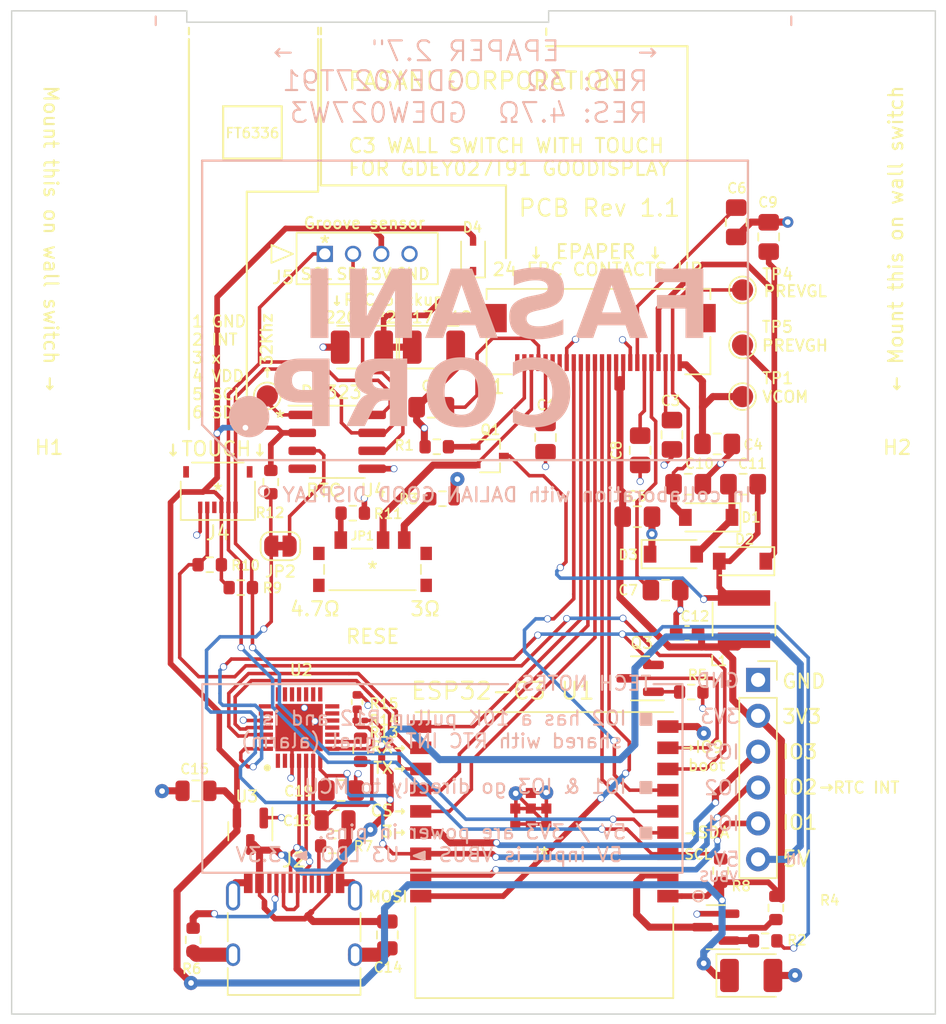
<source format=kicad_pcb>
(kicad_pcb (version 20211014) (generator pcbnew)
  (layers (0 "F.Cu" signal) (1 "In1.Cu" signal) (2 "In2.Cu" signal) (31 "B.Cu" signal) (34 "B.Paste" user) (35 "F.Paste" user) (36 "B.SilkS" user "B.Silkscreen") (37 "F.SilkS" user "F.Silkscreen") (38 "B.Mask" user) (39 "F.Mask" user) (44 "Edge.Cuts" user))
  (net 0 "")
  (net 1 "GND")
  (net 2 "+3V3")
  (net 3 "VBUS")
  (net 4 "/TOUCH_INT")
  (net 6 "Net-(C1-Pad2)")
  (net 7 "Net-(C2-Pad2)")
  (net 8 "/TOUCH_SCL")
  (net 9 "Net-(C3-Pad2)")
  (net 10 "/VCOM")
  (net 11 "Net-(J2-PadA6)")
  (net 12 "Net-(J2-PadB5)")
  (net 13 "Net-(C6-Pad2)")
  (net 14 "Net-(C7-Pad2)")
  (net 15 "/IO_9")
  (net 16 "/IO_1")
  (net 17 "/IO_2")
  (net 19 "/IO_3")
  (net 20 "Net-(C8-Pad2)")
  (net 21 "PREVGH")
  (net 22 "Net-(C10-Pad2)")
  (net 23 "Net-(C11-Pad1)")
  (net 24 "Net-(C11-Pad2)")
  (net 25 "/EPD_MOSI")
  (net 26 "/EPD_CLK")
  (net 27 "/EPD_CS")
  (net 28 "/EPD_DC")
  (net 29 "/EPD_RST")
  (net 30 "/EPD_BUSY")
  (net 33 "Net-(J1-Pad22)")
  (net 34 "Net-(J1-Pad23)")
  (net 36 "Net-(R13-Pad2)")
  (net 37 "Net-(J2-PadA5)")
  (net 39 "Net-(Q2-Pad1)")
  (net 40 "/RTS")
  (net 41 "Net-(C13-Pad1)")
  (net 42 "Net-(Q3-Pad1)")
  (net 43 "/DTR")
  (net 44 "TX")
  (net 45 "RX")
  (net 47 "/ENABLE")
  (net 59 "/TOUCH_SDA")
  (net 60 "Net-(JP1-Pad1)")
  (net 61 "Net-(JP1-Pad3)")
  (net 62 "Net-(C17-Pad1)")
  (net 63 "Net-(TP3-Pad1)")
  (net 70 "Net-(R14-Pad1)")
  (net 71 "Net-(JP2-Pad1)")
  (net 72 "Net-(J2-PadA7)")
  (footprint "TestPoint:TestPoint_Pad_D1.5mm" (layer "F.Cu") (at 156.55 82.3)
    (fp_text reference "TP1")
    (fp_text value "VCOM")
  )
  (footprint "Diode_SMD:D_SOD-323" (layer "F.Cu") (at 137.471501 72.37 90)
    (fp_text reference "D4")
    (fp_text value "1N5819WS" hide)
  )
  (footprint "Capacitor_SMD:C_0805_2012Metric_Pad1.18x1.45mm_HandSolder" (layer "F.Cu") (at 134.5125 83.05)
    (fp_text reference "C2")
    (fp_text value "4.7uF")
  )
  (footprint "TestPoint:TestPoint_Pad_D1.5mm" (layer "F.Cu") (at 122.9 82.25)
    (fp_text reference "TP3" hide)
    (fp_text value "32Khz")
  )
  (footprint "footprint:ESP32-C3-WROOM-02-N4" (layer "F.Cu") (at 142.514 114.75 180)
    (fp_text reference "U1")
    (fp_text value "ESP32-C3-WROOM-02-N4" hide)
  )
  (footprint "Package_TO_SOT_SMD:SOT-23" (layer "F.Cu") (at 154.65 119.85 180)
    (fp_text reference "Q2" hide)
    (fp_text value "BC817")
  )
  (footprint "Capacitor_SMD:C_0805_2012Metric_Pad1.18x1.45mm_HandSolder" (layer "F.Cu") (at 149.3 86.1 90)
    (fp_text reference "C8")
    (fp_text value "1uF")
  )
  (footprint "Capacitor_SMD:C_0805_2012Metric_Pad1.18x1.45mm_HandSolder" (layer "F.Cu") (at 151.1 96 180)
    (fp_text reference "C7")
    (fp_text value "4.7uF")
  )
  (footprint "footprint:USB_C_Receptacle_HRO_TYPE-C-31-M-12" (layer "F.Cu") (at 124.8 120.75)
    (fp_text reference "J2")
    (fp_text value "USB_C_Programming")
  )
  (footprint "Package_TO_SOT_SMD:SOT-23" (layer "F.Cu") (at 121.7 113.0625 -90)
    (fp_text reference "U3")
    (fp_text value "MCP1700-3302E_SOT23" hide)
  )
  (footprint "Resistor_SMD:R_0603_1608Metric" (layer "F.Cu") (at 129.51 107.3 90)
    (fp_text reference "R13")
    (fp_text value "1K")
  )
  (footprint "Capacitor_SMD:C_0805_2012Metric_Pad1.18x1.45mm_HandSolder" (layer "F.Cu") (at 156.5875 88.5)
    (fp_text reference "C11")
    (fp_text value "4.7uF 50V")
  )
  (footprint "Resistor_SMD:R_0603_1608Metric" (layer "F.Cu") (at 128.95 90.55)
    (fp_text reference "R11")
    (fp_text value "0.47R")
  )
  (footprint "Capacitor_Tantalum_SMD:CP_EIA-3528-21_Kemet-B" (layer "F.Cu") (at 129.6 78.8 180)
    (fp_text reference "C17")
    (fp_text value "220uF")
  )
  (footprint "Capacitor_SMD:C_0805_2012Metric_Pad1.18x1.45mm_HandSolder" (layer "F.Cu") (at 154.75 85.65 180)
    (fp_text reference "C4")
    (fp_text value "1uF")
  )
  (footprint "Package_SO:SOIC-8_3.9x4.9mm_P1.27mm" (layer "F.Cu") (at 127.85 85.5)
    (fp_text reference "U4")
    (fp_text value "DS3231MZ")
  )
  (footprint "Capacitor_SMD:C_0805_2012Metric_Pad1.18x1.45mm_HandSolder" (layer "F.Cu") (at 158.4 71 -90)
    (fp_text reference "C9")
    (fp_text value "4.7uF")
  )
  (footprint "Resistor_SMD:R_0603_1608Metric" (layer "F.Cu") (at 135.3 89.53)
    (fp_text reference "R3")
    (fp_text value "3R")
  )
  (footprint "Resistor_SMD:R_0603_1608Metric" (layer "F.Cu") (at 158.155 120.82 180)
    (fp_text reference "R2")
    (fp_text value "10 K")
  )
  (footprint "TestPoint:TestPoint_Pad_D1.5mm" (layer "F.Cu") (at 156.55 74.75)
    (fp_text reference "TP4")
    (fp_text value "PREVGL")
  )
  (footprint "MountingHole:MountingHole_3.2mm_M3" (layer "F.Cu") (at 107.45 90.1)
    (fp_text reference "H1")
    (fp_text value "MountingSwitch")
  )
  (footprint "Capacitor_SMD:C_0805_2012Metric_Pad1.18x1.45mm_HandSolder" (layer "F.Cu") (at 156.1 69.9625 90)
    (fp_text reference "C6")
    (fp_text value "1uF")
  )
  (footprint "Resistor_SMD:R_0603_1608Metric" (layer "F.Cu") (at 152.92 103.21 180)
    (fp_text reference "R5")
    (fp_text value "10 K")
  )
  (footprint "footprint:switch-MK-12C02-G020" (layer "F.Cu") (at 130.35 94.53)
    (fp_text reference "JP1")
    (fp_text value "RESE")
  )
  (footprint "Capacitor_SMD:C_0805_2012Metric" (layer "F.Cu") (at 131.4 120.4 -90)
    (fp_text reference "C14")
    (fp_text value "10uF")
  )
  (footprint "footprint:AFC24-S24FIC-00" (layer "F.Cu") (at 146.35 77.7 180)
    (fp_text reference "J1")
    (fp_text value "AFC24-S24FIC-00" hide)
  )
  (footprint "Capacitor_SMD:C_0805_2012Metric_Pad1.18x1.45mm_HandSolder" (layer "F.Cu") (at 152.7 88.5 180)
    (fp_text reference "C10")
    (fp_text value "4.7uF")
  )
  (footprint "Resistor_SMD:R_0603_1608Metric" (layer "F.Cu") (at 127.5 114.1)
    (fp_text reference "R7")
    (fp_text value "5.1K")
  )
  (footprint "Package_TO_SOT_SMD:SOT-23" (layer "F.Cu") (at 149.3 102.24 180)
    (fp_text reference "Q3")
    (fp_text value "BC817")
  )
  (footprint "Diode_SMD:D_SOD-123" (layer "F.Cu") (at 154.15 90.85 180)
    (fp_text reference "D1")
    (fp_text value "MBR0530" hide)
  )
  (footprint "Capacitor_SMD:C_0805_2012Metric" (layer "F.Cu") (at 127.7 112.3)
    (fp_text reference "C13")
    (fp_text value "100nF")
  )
  (footprint "Resistor_SMD:R_0603_1608Metric" (layer "F.Cu") (at 123.15 88.35 -90)
    (fp_text reference "R12")
    (fp_text value "10 K")
  )
  (footprint "Resistor_SMD:R_0603_1608Metric" (layer "F.Cu") (at 118.825 94.2 180)
    (fp_text reference "R10")
    (fp_text value "3.6K")
  )
  (footprint "Capacitor_SMD:C_0805_2012Metric" (layer "F.Cu") (at 117.85 110.2 180)
    (fp_text reference "C15")
    (fp_text value "10uF")
  )
  (footprint "Capacitor_Tantalum_SMD:CP_EIA-3528-21_Kemet-B" (layer "F.Cu") (at 157.1625 123.27)
    (fp_text reference "C16" hide)
    (fp_text value "C_Polarized 100uF" hide)
  )
  (footprint "Capacitor_SMD:C_0805_2012Metric_Pad1.18x1.45mm_HandSolder" (layer "F.Cu") (at 128.12 110.18 180)
    (fp_text reference "C19")
    (fp_text value "4.7uF")
  )
  (footprint "Resistor_SMD:R_0603_1608Metric" (layer "F.Cu") (at 134.9 85.85 180)
    (fp_text reference "R1")
    (fp_text value "10K")
  )
  (footprint "footprint:FH34SRJ-6S-0.5SH50-Hirose" (layer "F.Cu") (at 119.4 89 180)
    (fp_text reference "J4")
    (fp_text value "Conn_01x06_Female" hide)
  )
  (footprint "Resistor_SMD:R_0603_1608Metric" (layer "F.Cu") (at 121.025 95.82)
    (fp_text reference "R9")
    (fp_text value "4.7K")
  )
  (footprint "Resistor_SMD:R_0603_1608Metric" (layer "F.Cu") (at 117.65 120.75 -90)
    (fp_text reference "R6")
    (fp_text value "5.1K")
  )
  (footprint "Capacitor_SMD:C_0805_2012Metric_Pad1.18x1.45mm_HandSolder" (layer "F.Cu") (at 142.6 85.2 90)
    (fp_text reference "C1")
    (fp_text value "4.7uF")
  )
  (footprint "footprint:CP2102-QFN50P500X500X80-29N-D" (layer "F.Cu") (at 125.15 105.725 90)
    (fp_text reference "U2")
    (fp_text value "CP2102N-A02-GQFN28R" hide)
  )
  (footprint "Resistor_SMD:R_0402_1005Metric" (layer "F.Cu") (at 129.26 103.92 -90)
    (fp_text reference "R15")
    (fp_text value "47K")
  )
  (footprint "footprint:MOLEX-I2C-532530470" (layer "F.Cu") (at 126.971501 72.2)
    (fp_text reference "J5")
    (fp_text value "Groove sensor")
  )
  (footprint "Diode_SMD:D_SOD-123" (layer "F.Cu") (at 151.65 93.45)
    (fp_text reference "D3")
    (fp_text value "MBR0530")
  )
  (footprint "Capacitor_SMD:C_0805_2012Metric_Pad1.18x1.45mm_HandSolder" (layer "F.Cu") (at 149.1 90.8 180)
    (fp_text reference "C5")
    (fp_text value "1uF")
  )
  (footprint "Connector_PinSocket_2.54mm:PinSocket_1x06_P2.54mm_Vertical" (layer "F.Cu") (at 157.65 102.35)
    (fp_text reference "J3" hide)
    (fp_text value "Conn_01x06")
  )
  (footprint "Capacitor_Tantalum_SMD:CP_EIA-3528-21_Kemet-B" (layer "F.Cu") (at 134.7 78.8)
    (fp_text reference "C18")
    (fp_text value "220uF")
  )
  (footprint "TestPoint:TestPoint_Pad_D1.5mm" (layer "F.Cu") (at 156.55 78.65)
    (fp_text reference "TP5")
    (fp_text value "PREVGH")
  )
  (footprint "Package_TO_SOT_SMD:SOT-323_SC-70" (layer "F.Cu") (at 138.65 86.5)
    (fp_text reference "Q1")
    (fp_text value "Si1308")
  )
  (footprint "Capacitor_SMD:C_0603_1608Metric" (layer "F.Cu") (at 152.625 99.05)
    (fp_text reference "C12")
    (fp_text value "4.7uF")
  )
  (footprint "Jumper:SolderJumper-2_P1.3mm_Bridged_RoundedPad1.0x1.5mm" (layer "F.Cu") (at 123.83 92.88 180)
    (fp_text reference "JP2")
    (fp_text value "Jumper_2_Bridged")
  )
  (footprint "Resistor_SMD:R_0603_1608Metric" (layer "F.Cu") (at 155 115.85 90)
    (fp_text reference "R8")
    (fp_text value "4.7K")
  )
  (footprint "footprint:SWPA4030S1R0NT" (layer "F.Cu") (at 156.65 98.05 -90)
    (fp_text reference "L1")
    (fp_text value "10uH" hide)
  )
  (footprint "Diode_SMD:D_SOD-123" (layer "F.Cu") (at 156.55 93.95 180)
    (fp_text reference "D2")
    (fp_text value "MBR0530" hide)
  )
  (footprint "Resistor_SMD:R_0201_0603Metric" (layer "F.Cu") (at 129.48 105.22)
    (fp_text reference "R14")
    (fp_text value "22K")
  )
  (footprint "MountingHole:MountingHole_3.2mm_M3" (layer "F.Cu") (at 167.5 90.1)
    (fp_text reference "H2")
    (fp_text value "MountingSwitch")
  )
  (footprint "Capacitor_SMD:C_0805_2012Metric_Pad1.18x1.45mm_HandSolder" (layer "F.Cu") (at 151.55 85 90)
    (fp_text reference "C3")
    (fp_text value "4.7uF")
  )
  (footprint "Resistor_SMD:R_0603_1608Metric" (layer "F.Cu") (at 158.91 118.49 -90)
    (fp_text reference "R4")
    (fp_text value "10 K")
  )
  (gr_line (start 115 55.4) (end 115 56) (layer "B.SilkS") (width 0.15))
  (gr_line (start 160 55.4) (end 160 56) (layer "B.SilkS") (width 0.15))
  (gr_line (start 118.3 116) (end 118.3 102.75) (layer "B.SilkS") (width 0.15))
  (gr_line (start 152.3 102.75) (end 152.3 116) (layer "B.SilkS") (width 0.15))
  (gr_line (start 156.929274 86.796587) (end 120.754807 86.796587) (layer "B.SilkS") (width 0.158749))
  (gr_line (start 152.3 116) (end 118.3 116) (layer "B.SilkS") (width 0.15))
  (gr_line (start 118.3 102.65) (end 139.95 102.65) (layer "B.SilkS") (width 0.15))
  (gr_line (start 120.754807 86.796587) (end 118.289271 84.30194) (layer "B.SilkS") (width 0.158749))
  (gr_line (start 118.289271 84.30194) (end 118.289271 84.30194) (layer "B.SilkS") (width 0.158749))
  (gr_poly (pts (xy 136.782978 79.519063) (xy 136.920972 79.52676) (xy 137.055112 79.539588) (xy 137.185397 79.557548) (xy 137.311828 79.580639) (xy 137.434404 79.608861) (xy 137.553125 79.642215) (xy 137.667991 79.680699) (xy 137.779002 79.724315) (xy 137.886159 79.773062) (xy 137.989461 79.82694) (xy 138.088909 79.885949) (xy 138.184501 79.950089) (xy 138.276239 80.019361) (xy 138.364122 80.093763) (xy 138.44815 80.173296) (xy 138.527298 80.257024) (xy 138.601339 80.344807) (xy 138.670274 80.436644) (xy 138.734102 80.532536) (xy 138.792824 80.632483) (xy 138.84644 80.736485) (xy 138.89495 80.844542) (xy 138.938353 80.956654) (xy 138.976651 81.072821) (xy 139.009841 81.193043) (xy 139.037926 81.31732) (xy 139.060904 81.445652) (xy 139.078776 81.57804) (xy 139.091542 81.714483) (xy 139.099201 81.854981) (xy 139.101755 81.999535) (xy 139.099201 82.144089) (xy 139.091542 82.284588) (xy 139.078776 82.421031) (xy 139.060904 82.553419) (xy 139.037926 82.681751) (xy 139.009841 82.806028) (xy 138.976651 82.92625) (xy 138.938353 83.042417) (xy 138.89495 83.154529) (xy 138.84644 83.262586) (xy 138.792824 83.366588) (xy 138.734102 83.466535) (xy 138.670274 83.562427) (xy 138.601339 83.654264) (xy 138.527298 83.742047) (xy 138.44815 83.825774) (xy 138.364122 83.904922) (xy 138.276239 83.978962) (xy 138.184501 84.047897) (xy 138.088909 84.111725) (xy 137.989461 84.170446) (xy 137.886159 84.224062) (xy 137.779002 84.27257) (xy 137.667991 84.315973) (xy 137.553125 84.354269) (xy 137.434404 84.387459) (xy 137.311828 84.415543) (xy 137.185397 84.438521) (xy 137.055112 84.456392) (xy 136.920972 84.469157) (xy 136.782978 84.476816) (xy 136.641128 84.479369) (xy 136.499291 84.476816) (xy 136.361334 84.469157) (xy 136.227257 84.456392) (xy 136.09706 84.438521) (xy 135.970742 84.415543) (xy 135.848304 84.387459) (xy 135.729746 84.354269) (xy 135.615067 84.315973) (xy 135.504268 84.27257) (xy 135.397349 84.224062) (xy 135.29431 84.170446) (xy 135.195151 84.111725) (xy 135.099871 84.047897) (xy 135.008471 83.978962) (xy 134.920951 83.904922) (xy 134.837311 83.825774) (xy 134.757775 83.742047) (xy 134.683371 83.654264) (xy 134.614099 83.562427) (xy 134.549957 83.466535) (xy 134.490947 83.366588) (xy 134.437068 83.262586) (xy 134.388321 83.154529) (xy 134.344704 83.042417) (xy 134.30622 82.92625) (xy 134.272866 82.806028) (xy 134.244644 82.681751) (xy 134.221553 82.553419) (xy 134.203593 82.421031) (xy 134.190765 82.284588) (xy 134.183068 82.144089) (xy 134.180502 81.999535) (xy 134.180502 81.999517) (xy 135.452467 81.999517) (xy 135.453568 82.085823) (xy 135.456872 82.170128) (xy 135.462379 82.25243) (xy 135.470088 82.33273) (xy 135.480001 82.411028) (xy 135.492115 82.487323) (xy 135.506433 82.561615) (xy 135.522954 82.633904) (xy 135.522951 82.633886) (xy 135.532038 82.668878) (xy 135.541674 82.703369) (xy 135.551862 82.73736) (xy 135.5626 82.770851) (xy 135.573889 82.803841) (xy 135.585729 82.836331) (xy 135.598119 82.868321) (xy 135.61106 82.89981) (xy 135.624551 82.930799) (xy 135.638594 82.961287) (xy 135.653187 82.991275) (xy 135.66833 83.020763) (xy 135.684024 83.04975) (xy 135.700269 83.078237) (xy 135.717064 83.106223) (xy 135.734411 83.133709) (xy 135.752383 83.160168) (xy 135.771055 83.185875) (xy 135.790429 83.210832) (xy 135.810504 83.235037) (xy 135.831279 83.258492) (xy 135.852756 83.281195) (xy 135.874933 83.303148) (xy 135.897811 83.324349) (xy 135.92139 83.3448) (xy 135.94567 83.364499) (xy 135.970651 83.383448) (xy 135.996332 83.401645) (xy 136.022715 83.419091) (xy 136.049798 83.435787) (xy 136.077582 83.451731) (xy 136.106067 83.466924) (xy 136.13519 83.481279) (xy 136.164889 83.494708) (xy 136.195163 83.50721) (xy 136.226014 83.518787) (xy 136.25744 83.529437) (xy 136.289442 83.539161) (xy 136.322019 83.547959) (xy 136.355172 83.555831) (xy 136.388901 83.562777) (xy 136.423206 83.568797) (xy 136.458087 83.57389) (xy 136.493543 83.578058) (xy 136.529574 83.581299) (xy 136.566182 83.583615) (xy 136.603365 83.585004) (xy 136.641124 83.585467) (xy 136.714063 83.583777) (xy 136.7847 83.578708) (xy 136.853035 83.570261) (xy 136.919066 83.558434) (xy 136.982794 83.543227) (xy 137.04422 83.524642) (xy 137.074069 83.514082) (xy 137.103343 83.502678) (xy 137.13204 83.490428) (xy 137.160162 83.477334) (xy 137.187709 83.463395) (xy 137.21468 83.448611) (xy 137.241075 83.432982) (xy 137.266894 83.416509) (xy 137.292137 83.399191) (xy 137.316805 83.381028) (xy 137.340897 83.36202) (xy 137.364414 83.342168) (xy 137.387355 83.32147) (xy 137.40972 83.299928) (xy 137.431509 83.277541) (xy 137.452722 83.25431) (xy 137.493422 83.205312) (xy 137.53182 83.152935) (xy 137.567514 83.097742) (xy 137.600905 83.040297) (xy 137.631993 82.980599) (xy 137.660779 82.918648) (xy 137.687261 82.854444) (xy 137.711441 82.787988) (xy 137.733318 82.719279) (xy 137.752892 82.648317) (xy 137.770163 82.575102) (xy 137.785132 82.499635) (xy 137.797797 82.421914) (xy 137.80816 82.341941) (xy 137.81622 82.259714) (xy 137.821977 82.175235) (xy 137.825431 82.088502) (xy 137.826583 81.999517) (xy 137.824681 81.883679) (xy 137.818974 81.771644) (xy 137.814693 81.717053) (xy 137.809462 81.663412) (xy 137.803279 81.610722) (xy 137.796146 81.558984) (xy 137.788061 81.508196) (xy 137.779025 81.458359) (xy 137.769037 81.409474) (xy 137.758099 81.361539) (xy 137.746209 81.314556) (xy 137.733369 81.268524) (xy 137.719577 81.223444) (xy 137.704834 81.179314) (xy 137.689039 81.136212) (xy 137.672094 81.09421) (xy 137.653996 81.05331) (xy 137.634748 81.01351) (xy 137.614348 80.974813) (xy 137.592796 80.937216) (xy 137.570094 80.900721) (xy 137.546239 80.865327) (xy 137.521234 80.831035) (xy 137.495076 80.797844) (xy 137.467768 80.765755) (xy 137.439308 80.734767) (xy 137.409697 80.704881) (xy 137.378934 80.676096) (xy 137.34702 80.648413) (xy 137.313954 80.621832) (xy 137.279412 80.596225) (xy 137.243868 80.57227) (xy 137.207323 80.549968) (xy 137.169777 80.529317) (xy 137.131229 80.510318) (xy 137.091681 80.492971) (xy 137.051131 80.477275) (xy 137.00958 80.463232) (xy 136.967027 80.450841) (xy 136.923474 80.440102) (xy 136.878919 80.431015) (xy 136.833363 80.423581) (xy 136.786805 80.417798) (xy 136.739247 80.413667) (xy 136.690687 80.411189) (xy 136.641126 80.410363) (xy 136.603367 80.410826) (xy 136.566184 80.412215) (xy 136.529577 80.414531) (xy 136.493545 80.417772) (xy 136.458089 80.421939) (xy 136.423208 80.427033) (xy 136.388904 80.433053) (xy 136.355175 80.439999) (xy 136.322021 80.447871) (xy 136.289444 80.456669) (xy 136.257442 80.466393) (xy 136.226016 80.477043) (xy 136.195166 80.48862) (xy 136.164891 80.501122) (xy 136.135192 80.514551) (xy 136.106069 80.528906) (xy 136.077584 80.544114) (xy 136.0498 80.560099) (xy 136.022717 80.576859) (xy 135.996334 80.594395) (xy 135.970653 80.612706) (xy 135.945672 80.631793) (xy 135.921392 80.651655) (xy 135.897813 80.672293) (xy 135.874935 80.693707) (xy 135.852758 80.715896) (xy 135.831282 80.738862) (xy 135.810506 80.762603) (xy 135.790431 80.78712) (xy 135.771058 80.812412) (xy 135.752385 80.838481) (xy 135.734413 80.865325) (xy 135.717067 80.892431) (xy 135.700271 80.920089) (xy 135.684026 80.948297) (xy 135.668332 80.977056) (xy 135.653189 81.006366) (xy 135.638596 81.036227) (xy 135.624554 81.066639) (xy 135.611062 81.097601) (xy 135.598121 81.129115) (xy 135.585731 81.161179) (xy 135.562603 81.22696) (xy 135.541677 81.294944) (xy 135.522954 81.36513) (xy 135.506433 81.437419) (xy 135.492115 81.511711) (xy 135.480001 81.588006) (xy 135.470088 81.666304) (xy 135.462379 81.746604) (xy 135.456872 81.828907) (xy 135.453568 81.913211) (xy 135.452467 81.999517) (xy 134.180502 81.999517) (xy 134.183055 81.854595) (xy 134.190715 81.713735) (xy 134.20348 81.576955) (xy 134.221352 81.444255) (xy 134.244331 81.315635) (xy 134.272415 81.191095) (xy 134.305606 81.070635) (xy 134.343903 80.954255) (xy 134.387307 80.841955) (xy 134.435816 80.733734) (xy 134.489432 80.629594) (xy 134.548154 80.529534) (xy 134.611983 80.433553) (xy 134.680918 80.341653) (xy 134.754959 80.253833) (xy 134.834106 80.170092) (xy 134.917759 80.090945) (xy 135.005317 80.016904) (xy 135.096779 79.94797) (xy 135.192147 79.884142) (xy 135.291419 79.82542) (xy 135.394596 79.771805) (xy 135.501678 79.723296) (xy 135.612664 79.679893) (xy 135.727555 79.641597) (xy 135.846351 79.608407) (xy 135.969052 79.580323) (xy 136.095658 79.557346) (xy 136.226168 79.539474) (xy 136.360584 79.526709) (xy 136.498904 79.51905) (xy 136.641128 79.516497)) (layer "B.SilkS") (width 0) (fill solid))
  (gr_line (start 156.929274 65.598377) (end 156.929274 86.796587) (layer "B.SilkS") (width 0.158749))
  (gr_poly (pts (xy 127.311803 84.38648) (xy 126.078287 84.38648) (xy 126.078287 82.72683) (xy 125.264486 82.72683) (xy 125.155439 82.725303) (xy 125.049371 82.720723) (xy 124.946282 82.713088) (xy 124.846171 82.7024) (xy 124.749039 82.688658) (xy 124.654886 82.671862) (xy 124.563711 82.652012) (xy 124.475515 82.629109) (xy 124.390298 82.603152) (xy 124.30806 82.574142) (xy 124.2288 82.542078) (xy 124.152518 82.50696) (xy 124.079216 82.468789) (xy 124.008892 82.427565) (xy 123.941547 82.383287) (xy 123.87718 82.335955) (xy 123.816268 82.28519) (xy 123.759285 82.231422) (xy 123.706233 82.17465) (xy 123.65711 82.114876) (xy 123.611917 82.052097) (xy 123.570653 81.986316) (xy 123.53332 81.917531) (xy 123.499917 81.845743) (xy 123.470443 81.770951) (xy 123.444899 81.693156) (xy 123.423285 81.612357) (xy 123.405601 81.528555) (xy 123.391846 81.44175) (xy 123.382022 81.35194) (xy 123.376127 81.259127) (xy 123.374162 81.163311) (xy 124.646125 81.163311) (xy 124.646901 81.203559) (xy 124.649229 81.242606) (xy 124.653108 81.280451) (xy 124.65854 81.317095) (xy 124.665524 81.352538) (xy 124.674059 81.38678) (xy 124.684146 81.41982) (xy 124.695786 81.451659) (xy 124.708977 81.482296) (xy 124.72372 81.511732) (xy 124.740015 81.539966) (xy 124.757862 81.566999) (xy 124.777261 81.592831) (xy 124.798212 81.617461) (xy 124.820714 81.640889) (xy 124.844769 81.663116) (xy 124.869825 81.68368) (xy 124.896132 81.702917) (xy 124.923691 81.720828) (xy 124.952501 81.737411) (xy 124.982563 81.752668) (xy 125.013877 81.766598) (xy 125.046442 81.779201) (xy 125.080258 81.790477) (xy 125.115327 81.800427) (xy 125.151646 81.80905) (xy 125.189217 81.816346) (xy 125.22804 81.822315) (xy 125.268115 81.826958) (xy 125.30944 81.830275) (xy 125.352018 81.832264) (xy 125.395847 81.832928) (xy 126.078285 81.832928) (xy 126.078285 80.49688) (xy 125.395847 80.49688) (xy 125.352018 80.497544) (xy 125.30944 80.499533) (xy 125.268115 80.50285) (xy 125.22804 80.507493) (xy 125.189217 80.513462) (xy 125.151646 80.520759) (xy 125.115327 80.529381) (xy 125.080258 80.539331) (xy 125.046442 80.550607) (xy 125.013877 80.56321) (xy 124.982563 80.57714) (xy 124.952501 80.592397) (xy 124.923691 80.608981) (xy 124.896132 80.626891) (xy 124.869825 80.646128) (xy 124.844769 80.666692) (xy 124.820714 80.688533) (xy 124.798212 80.7116) (xy 124.777261 80.735893) (xy 124.757862 80.761412) (xy 124.740015 80.788158) (xy 124.72372 80.81613) (xy 124.708977 80.845328) (xy 124.695786 80.875753) (xy 124.684146 80.907404) (xy 124.674059 80.940282) (xy 124.665524 80.974387) (xy 124.65854 81.009718) (xy 124.653108 81.046276) (xy 124.649229 81.084061) (xy 124.646901 81.123073) (xy 124.646125 81.163311) (xy 123.374162 81.163311) (xy 123.376127 81.067504) (xy 123.382022 80.974726) (xy 123.391846 80.884976) (xy 123.405601 80.798256) (xy 123.423285 80.714565) (xy 123.444899 80.633902) (xy 123.470443 80.556269) (xy 123.499917 80.481664) (xy 123.53332 80.410089) (xy 123.570653 80.341542) (xy 123.611917 80.276025) (xy 123.65711 80.213536) (xy 123.706233 80.154076) (xy 123.759285 80.097646) (xy 123.816268 80.044244) (xy 123.87718 79.993871) (xy 123.941171 79.94654) (xy 124.008191 79.902262) (xy 124.07824 79.861037) (xy 124.151317 79.822866) (xy 124.227423 79.787748) (xy 124.306558 79.755684) (xy 124.388722 79.726674) (xy 124.473914 79.700717) (xy 124.562135 79.677814) (xy 124.653384 79.657965) (xy 124.747663 79.641169) (xy 124.84497 79.627427) (xy 124.945306 79.616738) (xy 125.04867 79.609104) (xy 125.155064 79.604523) (xy 125.264486 79.602996) (xy 127.311803 79.602996)) (layer "B.SilkS") (width 0) (fill solid))
  (gr_line (start 120.754807 86.796587) (end 120.754807 86.796587) (layer "B.SilkS") (width 0.158749))
  (gr_line (start 156.929274 65.598377) (end 156.929274 65.598377) (layer "B.SilkS") (width 0.158749))
  (gr_poly (pts (xy 153.775607 78.15) (xy 152.509831 78.15) (xy 152.509831 76.06886) (xy 150.487873 76.06886) (xy 150.487873 75.112134) (xy 152.509831 75.112134) (xy 152.509831 74.198145) (xy 150.359651 74.198145) (xy 150.359651 73.241419) (xy 153.775607 73.241419)) (layer "B.SilkS") (width 0) (fill solid))
  (gr_poly (pts (xy 149.85 78.15) (xy 148.577646 78.15) (xy 148.265311 77.255732) (xy 146.286094 77.255732) (xy 145.977047 78.15) (xy 144.704693 78.15) (xy 145.37325 76.34502) (xy 146.605005 76.34502) (xy 147.949688 76.34502) (xy 147.275702 74.392109) (xy 146.605005 76.34502) (xy 145.37325 76.34502) (xy 146.522811 73.241419) (xy 148.031881 73.241419)) (layer "B.SilkS") (width 0) (fill solid))
  (gr_line (start 150.25 102.65) (end 152.3 102.65) (layer "B.SilkS") (width 0.15))
  (gr_poly (pts (xy 127.22688 78.15) (xy 125.961101 78.15) (xy 125.961101 73.241419) (xy 127.22688 73.241419)) (layer "B.SilkS") (width 0) (fill solid))
  (gr_poly (pts (xy 129.945888 76.608069) (xy 131.731129 73.241419) (xy 133.144855 73.241419) (xy 133.144855 78.15) (xy 131.944832 78.15) (xy 131.944832 74.78335) (xy 130.159592 78.15) (xy 128.745865 78.15) (xy 128.745865 73.241419) (xy 129.945888 73.241419)) (layer "B.SilkS") (width 0) (fill solid))
  (gr_poly (pts (xy 121.688471 82.252936) (xy 121.760982 82.258591) (xy 121.832439 82.267904) (xy 121.902752 82.280783) (xy 121.971832 82.297135) (xy 122.039588 82.316869) (xy 122.105931 82.339892) (xy 122.170771 82.366113) (xy 122.234018 82.395439) (xy 122.295583 82.427779) (xy 122.355377 82.463041) (xy 122.413308 82.501132) (xy 122.469288 82.541961) (xy 122.523227 82.585436) (xy 122.575036 82.631464) (xy 122.624623 82.679953) (xy 122.671901 82.730812) (xy 122.716778 82.783948) (xy 122.759166 82.83927) (xy 122.798974 82.896686) (xy 122.836113 82.956103) (xy 122.870493 83.017429) (xy 122.902025 83.080573) (xy 122.930619 83.145442) (xy 122.956184 83.211945) (xy 122.978632 83.279989) (xy 122.997873 83.349483) (xy 123.013816 83.420334) (xy 123.026373 83.49245) (xy 123.035453 83.56574) (xy 123.040967 83.640111) (xy 123.042825 83.715472) (xy 123.040967 83.790832) (xy 123.035453 83.865203) (xy 123.026372 83.938493) (xy 123.013815 84.01061) (xy 122.997872 84.081461) (xy 122.978631 84.150954) (xy 122.956183 84.218998) (xy 122.930617 84.285501) (xy 122.902023 84.35037) (xy 122.870491 84.413514) (xy 122.836111 84.474841) (xy 122.798971 84.534257) (xy 122.759163 84.591673) (xy 122.716775 84.646995) (xy 122.671897 84.700131) (xy 122.624619 84.75099) (xy 122.575031 84.79948) (xy 122.523223 84.845508) (xy 122.469284 84.888982) (xy 122.413303 84.929811) (xy 122.355371 84.967902) (xy 122.295578 85.003164) (xy 122.234012 85.035504) (xy 122.170764 85.064831) (xy 122.105924 85.091051) (xy 122.039581 85.114075) (xy 121.971824 85.133809) (xy 121.902744 85.150161) (xy 121.832431 85.163039) (xy 121.760973 85.172352) (xy 121.688461 85.178007) (xy 121.614985 85.179913) (xy 121.541509 85.178007) (xy 121.468997 85.172352) (xy 121.39754 85.163039) (xy 121.327227 85.150161) (xy 121.258148 85.133809) (xy 121.190392 85.114075) (xy 121.124049 85.091051) (xy 121.059209 85.064831) (xy 120.995961 85.035504) (xy 120.934396 85.003164) (xy 120.874603 84.967902) (xy 120.816671 84.929811) (xy 120.760691 84.888982) (xy 120.706752 84.845508) (xy 120.654944 84.79948) (xy 120.605356 84.75099) (xy 120.558079 84.700131) (xy 120.513201 84.646995) (xy 120.470814 84.591673) (xy 120.431005 84.534257) (xy 120.393866 84.474841) (xy 120.359486 84.413514) (xy 120.327954 84.35037) (xy 120.29936 84.285501) (xy 120.273795 84.218998) (xy 120.251347 84.150954) (xy 120.232106 84.081461) (xy 120.216163 84.01061) (xy 120.203606 83.938493) (xy 120.194526 83.865203) (xy 120.189013 83.790832) (xy 120.187155 83.715472) (xy 120.189013 83.640111) (xy 120.194527 83.56574) (xy 120.203608 83.49245) (xy 120.216165 83.420334) (xy 120.232108 83.349483) (xy 120.251349 83.279989) (xy 120.273797 83.211945) (xy 120.299363 83.145442) (xy 120.327957 83.080573) (xy 120.359489 83.017429) (xy 120.393869 82.956103) (xy 120.431009 82.896686) (xy 120.470817 82.83927) (xy 120.513205 82.783948) (xy 120.558083 82.730812) (xy 120.605361 82.679953) (xy 120.654948 82.631464) (xy 120.706757 82.585436) (xy 120.760696 82.541961) (xy 120.816677 82.501132) (xy 120.874608 82.463041) (xy 120.934402 82.427779) (xy 120.995968 82.395439) (xy 121.059215 82.366113) (xy 121.124056 82.339892) (xy 121.190399 82.316869) (xy 121.258155 82.297135) (xy 121.327235 82.280783) (xy 121.397549 82.267904) (xy 121.469006 82.258591) (xy 121.541518 82.252936) (xy 121.614995 82.251031)) (layer "B.SilkS") (width 0) (fill solid))
  (gr_line (start 118.289271 84.30194) (end 118.289271 65.598377) (layer "B.SilkS") (width 0.158749))
  (gr_poly (pts (xy 141.91575 79.5191) (xy 142.060365 79.52691) (xy 142.201001 79.539926) (xy 142.337656 79.558149) (xy 142.470332 79.581578) (xy 142.599028 79.610213) (xy 142.723744 79.644055) (xy 142.84448 79.683102) (xy 142.961236 79.727357) (xy 143.074012 79.776817) (xy 143.182809 79.831484) (xy 143.287625 79.891357) (xy 143.388462 79.956436) (xy 143.485318 80.026721) (xy 143.578195 80.102212) (xy 143.667091 80.182909) (xy 143.750894 80.2681) (xy 143.829291 80.35707) (xy 143.902281 80.44982) (xy 143.969864 80.546351) (xy 144.032041 80.646661) (xy 144.08881 80.750751) (xy 144.140174 80.85862) (xy 144.18613 80.97027) (xy 144.22668 81.085699) (xy 144.261823 81.204908) (xy 144.29156 81.327897) (xy 144.31589 81.454665) (xy 144.334813 81.585213) (xy 144.34833 81.719541) (xy 144.35644 81.857648) (xy 144.359143 81.999535) (xy 144.356427 82.141422) (xy 144.348279 82.27953) (xy 144.3347 82.413857) (xy 144.315689 82.544405) (xy 144.291247 82.671174) (xy 144.261373 82.794163) (xy 144.226067 82.913372) (xy 144.185329 83.028801) (xy 144.13916 83.140451) (xy 144.087559 83.24832) (xy 144.030526 83.35241) (xy 143.968062 83.45272) (xy 143.900166 83.54925) (xy 143.826839 83.642001) (xy 143.74808 83.730971) (xy 143.663889 83.816161) (xy 143.575005 83.896473) (xy 143.482165 83.971602) (xy 143.385371 84.041551) (xy 143.284622 84.106317) (xy 143.179918 84.165903) (xy 143.07126 84.220306) (xy 142.958646 84.269529) (xy 142.842078 84.31357) (xy 142.721554 84.352429) (xy 142.597076 84.386107) (xy 142.468644 84.414604) (xy 142.336256 84.43792) (xy 142.199913 84.456054) (xy 142.059616 84.469007) (xy 141.915364 84.476779) (xy 141.767157 84.479369) (xy 141.668273 84.47798) (xy 141.570265 84.473813) (xy 141.473133 84.466867) (xy 141.376877 84.457142) (xy 141.281498 84.44464) (xy 141.186994 84.429358) (xy 141.093366 84.411299) (xy 141.000615 84.39046) (xy 140.908739 84.366843) (xy 140.81774 84.340448) (xy 140.727617 84.311274) (xy 140.638369 84.279321) (xy 140.549998 84.24459) (xy 140.462503 84.20708) (xy 140.375884 84.166791) (xy 140.290141 84.123724) (xy 140.290141 83.133709) (xy 140.372868 83.188414) (xy 140.456046 83.23959) (xy 140.539674 83.287236) (xy 140.623752 83.331353) (xy 140.708281 83.371941) (xy 140.793261 83.408999) (xy 140.878691 83.442528) (xy 140.964571 83.472527) (xy 141.050903 83.498997) (xy 141.137684 83.521938) (xy 141.224916 83.54135) (xy 141.312599 83.557232) (xy 141.400733 83.569585) (xy 141.489316 83.578408) (xy 141.578351 83.583702) (xy 141.667836 83.585467) (xy 141.667831 83.585503) (xy 141.750758 83.583839) (xy 141.831332 83.578845) (xy 141.909553 83.570523) (xy 141.985421 83.558872) (xy 142.058937 83.543891) (xy 142.130099 83.525581) (xy 142.198909 83.503943) (xy 142.265366 83.478975) (xy 142.329469 83.450678) (xy 142.39122 83.419052) (xy 142.450618 83.384096) (xy 142.507663 83.345812) (xy 142.562356 83.304198) (xy 142.614695 83.259255) (xy 142.664682 83.210982) (xy 142.712315 83.15938) (xy 142.75732 83.104912) (xy 142.799422 83.048042) (xy 142.83862 82.988768) (xy 142.874915 82.927092) (xy 142.908306 82.863012) (xy 142.938793 82.79653) (xy 142.966377 82.727645) (xy 142.991057 82.656358) (xy 143.012834 82.582667) (xy 143.031707 82.506574) (xy 143.047677 82.428077) (xy 143.060743 82.347178) (xy 143.070905 82.263876) (xy 143.078164 82.178172) (xy 143.082519 82.090064) (xy 143.083971 81.999554) (xy 143.082519 81.909043) (xy 143.078164 81.820936) (xy 143.070905 81.735231) (xy 143.060743 81.651929) (xy 143.047677 81.57103) (xy 143.031707 81.492534) (xy 143.012834 81.41644) (xy 142.991057 81.34275) (xy 142.966377 81.271462) (xy 142.938793 81.202577) (xy 142.908306 81.136095) (xy 142.874915 81.072016) (xy 142.83862 81.010339) (xy 142.799422 80.951066) (xy 142.75732 80.894195) (xy 142.712315 80.839727) (xy 142.664682 80.787739) (xy 142.614695 80.739105) (xy 142.562356 80.693825) (xy 142.507663 80.651899) (xy 142.450618 80.613327) (xy 142.39122 80.578108) (xy 142.329469 80.546244) (xy 142.265366 80.517734) (xy 142.198909 80.492578) (xy 142.130099 80.470775) (xy 142.058937 80.452327) (xy 141.985421 80.437233) (xy 141.909553 80.425494) (xy 141.831332 80.417108) (xy 141.750758 80.412077) (xy 141.667831 80.4104) (xy 141.579097 80.412164) (xy 141.490714 80.417458) (xy 141.402681 80.426282) (xy 141.314998 80.438634) (xy 141.227666 80.454517) (xy 141.140684 80.473928) (xy 141.054053 80.496869) (xy 140.967772 80.523339) (xy 140.881841 80.553339) (xy 140.796261 80.586868) (xy 140.711032 80.623926) (xy 140.626152 80.664513) (xy 140.541623 80.70863) (xy 140.457445 80.756277) (xy 140.373617 80.807452) (xy 140.290139 80.862157) (xy 140.290139 79.872143) (xy 140.375882 79.829075) (xy 140.462501 79.788787) (xy 140.549996 79.751277) (xy 140.638367 79.716545) (xy 140.727614 79.684593) (xy 140.817738 79.655418) (xy 140.908737 79.629023) (xy 141.000613 79.605406) (xy 141.093364 79.584568) (xy 141.186992 79.566508) (xy 141.281495 79.551227) (xy 141.376875 79.538724) (xy 141.473131 79.529) (xy 141.570263 79.522054) (xy 141.668271 79.517886) (xy 141.767154 79.516497)) (layer "B.SilkS") (width 0) (fill solid))
  (gr_poly (pts (xy 132.806289 84.386462) (xy 131.572772 84.386462) (xy 131.572772 82.576226) (xy 131.223543 82.576226) (xy 131.184821 82.576789) (xy 131.147149 82.578479) (xy 131.110529 82.581295) (xy 131.07496 82.585238) (xy 131.040443 82.590307) (xy 131.006976 82.596503) (xy 130.974561 82.603824) (xy 130.943198 82.612273) (xy 130.912886 82.621847) (xy 130.883625 82.632548) (xy 130.855415 82.644375) (xy 130.828256 82.657328) (xy 130.802149 82.671408) (xy 130.777094 82.686614) (xy 130.753089 82.702945) (xy 130.730136 82.720403) (xy 130.707383 82.73879) (xy 130.68478 82.758703) (xy 130.662327 82.780143) (xy 130.640025 82.803109) (xy 130.617873 82.827603) (xy 130.59587 82.853624) (xy 130.574019 82.881171) (xy 130.552317 82.910245) (xy 130.530765 82.940845) (xy 130.509364 82.972973) (xy 130.488113 83.006627) (xy 130.467012 83.041807) (xy 130.446061 83.078515) (xy 130.425261 83.116749) (xy 130.40461 83.156509) (xy 130.38411 83.197796) (xy 129.800994 84.386462) (xy 128.487379 84.386462) (xy 129.157001 83.027984) (xy 129.203659 82.93742) (xy 129.250716 82.851564) (xy 129.298175 82.770414) (xy 129.322054 82.731603) (xy 129.346033 82.69397) (xy 129.370113 82.657513) (xy 129.394293 82.622232) (xy 129.418572 82.588128) (xy 129.442952 82.5552) (xy 129.467432 82.523449) (xy 129.492013 82.492874) (xy 129.516693 82.463475) (xy 129.541474 82.435253) (xy 129.566229 82.408232) (xy 129.591635 82.382438) (xy 129.617692 82.35787) (xy 129.6444 82.334529) (xy 129.671759 82.312414) (xy 129.699768 82.291526) (xy 129.728428 82.271865) (xy 129.757739 82.253429) (xy 129.787701 82.236221) (xy 129.818314 82.220239) (xy 129.849577 82.205483) (xy 129.881491 82.191954) (xy 129.914056 82.179652) (xy 129.947272 82.168575) (xy 129.981139 82.158726) (xy 130.015656 82.150103) (xy 129.904307 82.111517) (xy 129.800141 82.067851) (xy 129.703159 82.019103) (xy 129.613362 81.965275) (xy 129.571157 81.936455) (xy 129.530748 81.906365) (xy 129.492134 81.875005) (xy 129.455317 81.842375) (xy 129.420296 81.808474) (xy 129.387071 81.773303) (xy 129.355642 81.736862) (xy 129.326008 81.699151) (xy 129.298171 81.660169) (xy 129.27213 81.619917) (xy 129.247884 81.578395) (xy 129.225435 81.535602) (xy 129.204781 81.491539) (xy 129.185924 81.446206) (xy 129.168862 81.399602) (xy 129.153596 81.351728) (xy 129.128453 81.252169) (xy 129.110493 81.147529) (xy 129.106377 81.105614) (xy 130.329641 81.105614) (xy 130.330279 81.144614) (xy 130.332194 81.182311) (xy 130.335385 81.218707) (xy 130.339853 81.2538) (xy 130.345598 81.287592) (xy 130.352619 81.320082) (xy 130.360917 81.35127) (xy 130.370491 81.381156) (xy 130.381342 81.409741) (xy 130.393469 81.437024) (xy 130.406873 81.463006) (xy 130.421554 81.487686) (xy 130.437511 81.511065) (xy 130.454745 81.533143) (xy 130.473255 81.553919) (xy 130.493042 81.573394) (xy 130.514005 81.59163) (xy 130.536846 81.608689) (xy 130.561564 81.624572) (xy 130.588159 81.639278) (xy 130.616632 81.652807) (xy 130.646982 81.66516) (xy 130.679209 81.676336) (xy 130.713313 81.686336) (xy 130.749295 81.695159) (xy 130.787154 81.702805) (xy 130.82689 81.709276) (xy 130.868504 81.714569) (xy 130.911995 81.718686) (xy 130.957363 81.721627) (xy 131.004609 81.723392) (xy 131.053731 81.72398) (xy 131.57277 81.72398) (xy 131.57277 80.49688) (xy 131.053731 80.49688) (xy 131.008038 80.497419) (xy 130.963871 80.499033) (xy 130.921231 80.501724) (xy 130.880118 80.505491) (xy 130.840532 80.510334) (xy 130.802473 80.516254) (xy 130.765941 80.52325) (xy 130.730935 80.531323) (xy 130.697456 80.540471) (xy 130.665505 80.550696) (xy 130.63508 80.561998) (xy 130.606182 80.574375) (xy 130.57881 80.587829) (xy 130.552966 80.602359) (xy 130.528649 80.617966) (xy 130.505858 80.634649) (xy 130.484519 80.652257) (xy 130.464557 80.671442) (xy 130.445972 80.692204) (xy 130.428764 80.714544) (xy 130.412932 80.73846) (xy 130.398476 80.763954) (xy 130.385398 80.791024) (xy 130.373696 80.819672) (xy 130.363371 80.849897) (xy 130.354422 80.8817) (xy 130.346851 80.915079) (xy 130.340655 80.950035) (xy 130.335837 80.986569) (xy 130.332395 81.02468) (xy 130.33033 81.064368) (xy 130.329642 81.105633) (xy 130.329641 81.105614) (xy 129.106377 81.105614) (xy 129.099717 81.037807) (xy 129.096126 80.923003) (xy 129.096127 80.922985) (xy 129.096477 80.884451) (xy 129.097528 80.846543) (xy 129.099281 80.80926) (xy 129.101734 80.772603) (xy 129.104887 80.736572) (xy 129.108742 80.701166) (xy 129.113298 80.666386) (xy 129.118554 80.632232) (xy 129.124512 80.598703) (xy 129.13117 80.565801) (xy 129.138529 80.533524) (xy 129.146589 80.501872) (xy 129.155349 80.470847) (xy 129.164811 80.440447) (xy 129.174974 80.410672) (xy 129.185837 80.381524) (xy 129.197113 80.352503) (xy 129.209316 80.323907) (xy 129.222445 80.295736) (xy 129.2365 80.267991) (xy 129.251481 80.24067) (xy 129.267388 80.213776) (xy 129.284221 80.187306) (xy 129.30198 80.161262) (xy 129.320666 80.135643) (xy 129.340277 80.110449) (xy 129.360815 80.085681) (xy 129.382279 80.061338) (xy 129.404669 80.03742) (xy 129.427985 80.013927) (xy 129.452227 79.99086) (xy 129.477396 79.968218) (xy 129.50364 79.946127) (xy 129.531112 79.924712) (xy 129.559809 79.903974) (xy 129.589734 79.883911) (xy 129.620884 79.864525) (xy 129.653262 79.845815) (xy 129.686865 79.827781) (xy 129.721696 79.810423) (xy 129.757753 79.79374) (xy 129.795036 79.777734) (xy 129.833546 79.762403) (xy 129.873282 79.747748) (xy 129.914245 79.733769) (xy 129.956434 79.720466) (xy 129.99985 79.707838) (xy 130.044493 79.695885) (xy 130.137407 79.674108) (xy 130.235128 79.655236) (xy 130.337654 79.639267) (xy 130.444986 79.626202) (xy 130.557124 79.616041) (xy 130.674067 79.608784) (xy 130.795817 79.604429) (xy 130.922373 79.602978) (xy 132.806289 79.602978)) (layer "B.SilkS") (width 0) (fill solid))
  (gr_poly (pts (xy 142.177376 73.154139) (xy 142.280657 73.158609) (xy 142.38101 73.166057) (xy 142.478435 73.176486) (xy 142.572932 73.189894) (xy 142.6645 73.206281) (xy 142.753141 73.225648) (xy 142.838853 73.247995) (xy 142.921638 73.27332) (xy 143.001494 73.301625) (xy 143.078422 73.33291) (xy 143.152421 73.367174) (xy 143.223493 73.404417) (xy 143.291636 73.444639) (xy 143.356852 73.487841) (xy 143.419139 73.534021) (xy 143.478061 73.583169) (xy 143.533182 73.635271) (xy 143.584502 73.690327) (xy 143.63202 73.748337) (xy 143.675736 73.809301) (xy 143.715651 73.873219) (xy 143.751765 73.940091) (xy 143.784077 74.009917) (xy 143.812588 74.082697) (xy 143.837297 74.158431) (xy 143.858205 74.237118) (xy 143.875312 74.318759) (xy 143.888617 74.403354) (xy 143.89812 74.490903) (xy 143.903823 74.581405) (xy 143.905723 74.67486) (xy 143.904323 74.750608) (xy 143.900124 74.824147) (xy 143.893125 74.895477) (xy 143.883326 74.964597) (xy 143.870727 75.031509) (xy 143.855329 75.096211) (xy 143.837131 75.158704) (xy 143.816133 75.218988) (xy 143.792335 75.277063) (xy 143.765738 75.332928) (xy 143.736341 75.386585) (xy 143.704145 75.438033) (xy 143.669148 75.487272) (xy 143.631352 75.534302) (xy 143.590756 75.579123) (xy 143.547361 75.621735) (xy 143.50123 75.662549) (xy 143.452427 75.701976) (xy 143.400954 75.740017) (xy 143.346809 75.77667) (xy 143.289993 75.811936) (xy 143.230505 75.845815) (xy 143.168346 75.878307) (xy 143.103516 75.909412) (xy 143.036015 75.93913) (xy 142.965842 75.967461) (xy 142.892998 75.994405) (xy 142.817483 76.019962) (xy 142.739297 76.044132) (xy 142.658439 76.066915) (xy 142.574909 76.088311) (xy 142.488709 76.108319) (xy 141.998836 76.216809) (xy 141.948813 76.228034) (xy 141.900666 76.239515) (xy 141.854394 76.251253) (xy 141.809996 76.263248) (xy 141.767474 76.275499) (xy 141.726827 76.288007) (xy 141.688055 76.300772) (xy 141.651158 76.313794) (xy 141.616136 76.327072) (xy 141.582989 76.340608) (xy 141.551716 76.3544) (xy 141.522319 76.368449) (xy 141.494797 76.382755) (xy 141.46915 76.397319) (xy 141.445378 76.412139) (xy 141.423482 76.427216) (xy 141.402779 76.44291) (xy 141.383412 76.45958) (xy 141.36538 76.477226) (xy 141.348685 76.495849) (xy 141.333325 76.515448) (xy 141.3193 76.536022) (xy 141.306612 76.557573) (xy 141.295259 76.5801) (xy 141.285241 76.603602) (xy 141.27656 76.628081) (xy 141.269214 76.653535) (xy 141.263203 76.679965) (xy 141.258529 76.707371) (xy 141.25519 76.735752) (xy 141.253186 76.765109) (xy 141.252518 76.795441) (xy 141.252647 76.806907) (xy 141.253032 76.818297) (xy 141.253674 76.82961) (xy 141.254573 76.840846) (xy 141.255729 76.852005) (xy 141.257142 76.863087) (xy 141.258811 76.874092) (xy 141.260738 76.885021) (xy 141.262921 76.895873) (xy 141.265361 76.906648) (xy 141.268058 76.917346) (xy 141.271012 76.927967) (xy 141.274223 76.938512) (xy 141.277691 76.948979) (xy 141.281416 76.95937) (xy 141.285397 76.969684) (xy 141.289713 76.979985) (xy 141.294439 76.990338) (xy 141.299576 77.000741) (xy 141.305124 77.011196) (xy 141.311084 77.021701) (xy 141.317454 77.032258) (xy 141.324235 77.042867) (xy 141.331427 77.053526) (xy 141.33903 77.064237) (xy 141.347043 77.074999) (xy 141.355468 77.085812) (xy 141.364304 77.096677) (xy 141.373551 77.107593) (xy 141.383208 77.11856) (xy 141.393277 77.129579) (xy 141.403756 77.14065) (xy 141.414814 77.151202) (xy 141.426616 77.161499) (xy 141.439164 77.171539) (xy 141.452456 77.181323) (xy 141.466493 77.190851) (xy 141.481275 77.200122) (xy 141.496802 77.209137) (xy 141.513074 77.217895) (xy 141.53009 77.226397) (xy 141.547852 77.234643) (xy 141.566358 77.242632) (xy 141.585609 77.250365) (xy 141.605605 77.257841) (xy 141.626346 77.26506) (xy 141.647832 77.272023) (xy 141.670063 77.27873) (xy 141.715732 77.290291) (xy 141.763969 77.300311) (xy 141.814775 77.308789) (xy 141.86815 77.315726) (xy 141.924093 77.321121) (xy 141.982604 77.324975) (xy 142.043684 77.327287) (xy 142.107332 77.328058) (xy 142.208199 77.326093) (xy 142.310247 77.320199) (xy 142.413476 77.310374) (xy 142.517887 77.29662) (xy 142.62348 77.278936) (xy 142.730254 77.257322) (xy 142.83821 77.231778) (xy 142.947347 77.202304) (xy 143.057666 77.1689) (xy 143.169166 77.131566) (xy 143.281848 77.090302) (xy 143.395712 77.045108) (xy 143.510757 76.995984) (xy 143.626984 76.94293) (xy 143.744392 76.885945) (xy 143.862982 76.825031) (xy 143.862982 77.893543) (xy 143.744688 77.936142) (xy 143.626522 77.975992) (xy 143.508485 78.013094) (xy 143.390575 78.047447) (xy 143.272795 78.079053) (xy 143.155143 78.10791) (xy 143.037619 78.134019) (xy 142.920223 78.157379) (xy 142.802956 78.177991) (xy 142.685818 78.195855) (xy 142.568808 78.21097) (xy 142.451926 78.223338) (xy 142.335173 78.232957) (xy 142.218548 78.239827) (xy 142.102052 78.24395) (xy 141.985684 78.245324) (xy 141.868276 78.243834) (xy 141.754412 78.239365) (xy 141.644093 78.231916) (xy 141.537319 78.221488) (xy 141.434089 78.20808) (xy 141.334404 78.191692) (xy 141.238263 78.172325) (xy 141.145667 78.149979) (xy 141.056616 78.124654) (xy 140.971109 78.096349) (xy 140.889147 78.065064) (xy 140.810729 78.030801) (xy 140.735856 77.993558) (xy 140.664527 77.953335) (xy 140.596743 77.910134) (xy 140.532504 77.863953) (xy 140.471989 77.814485) (xy 140.415378 77.76142) (xy 140.362672 77.704759) (xy 140.313869 77.644501) (xy 140.268971 77.580648) (xy 140.227977 77.513198) (xy 140.190887 77.442153) (xy 140.157702 77.367511) (xy 140.12842 77.289273) (xy 140.103043 77.207439) (xy 140.08157 77.122008) (xy 140.064001 77.032982) (xy 140.050337 76.94036) (xy 140.040576 76.844142) (xy 140.03472 76.744328) (xy 140.032768 76.640918) (xy 140.034181 76.562798) (xy 140.038419 76.487067) (xy 140.045482 76.413724) (xy 140.055371 76.34277) (xy 140.068085 76.274204) (xy 140.083625 76.208027) (xy 140.10199 76.144238) (xy 140.123181 76.082838) (xy 140.147197 76.023826) (xy 140.174038 75.967203) (xy 140.203705 75.912968) (xy 140.236197 75.861122) (xy 140.271514 75.811663) (xy 140.309657 75.764594) (xy 140.350626 75.719912) (xy 140.39442 75.677619) (xy 140.440897 75.636795) (xy 140.49074 75.597332) (xy 140.543948 75.55923) (xy 140.60052 75.522489) (xy 140.660457 75.487108) (xy 140.723758 75.453089) (xy 140.790425 75.420431) (xy 140.860456 75.389134) (xy 140.933852 75.359198) (xy 141.010613 75.330623) (xy 141.090739 75.303409) (xy 141.174229 75.277556) (xy 141.261084 75.253064) (xy 141.351304 75.229934) (xy 141.444889 75.208165) (xy 141.541839 75.187757) (xy 142.081027 75.079267) (xy 142.125437 75.0697) (xy 142.168254 75.059902) (xy 142.209479 75.049872) (xy 142.249112 75.039612) (xy 142.287152 75.029121) (xy 142.323599 75.018399) (xy 142.358454 75.007445) (xy 142.391717 74.99626) (xy 142.423387 74.984844) (xy 142.453465 74.973197) (xy 142.48195 74.961318) (xy 142.508842 74.949207) (xy 142.534142 74.936866) (xy 142.55785 74.924292) (xy 142.579965 74.911487) (xy 142.600488 74.89845) (xy 142.619598 74.884503) (xy 142.637475 74.869786) (xy 142.654119 74.854298) (xy 142.669531 74.838039) (xy 142.683709 74.82101) (xy 142.696655 74.80321) (xy 142.708367 74.784639) (xy 142.718847 74.765298) (xy 142.728094 74.745186) (xy 142.736107 74.724304) (xy 142.742888 74.702651) (xy 142.748437 74.680228) (xy 142.752752 74.657035) (xy 142.755834 74.63307) (xy 142.757683 74.608336) (xy 142.7583 74.582831) (xy 142.757504 74.552457) (xy 142.755115 74.522982) (xy 142.751134 74.494406) (xy 142.748546 74.480456) (xy 142.74556 74.46673) (xy 142.742176 74.453229) (xy 142.738394 74.439952) (xy 142.734213 74.4269) (xy 142.729635 74.414073) (xy 142.724658 74.401471) (xy 142.719284 74.389094) (xy 142.713511 74.376941) (xy 142.70734 74.365014) (xy 142.700771 74.35331) (xy 142.693804 74.341832) (xy 142.686439 74.330579) (xy 142.678675 74.31955) (xy 142.670514 74.308746) (xy 142.661954 74.298167) (xy 142.652996 74.287812) (xy 142.64364 74.277683) (xy 142.633886 74.267778) (xy 142.623734 74.258097) (xy 142.613184 74.248642) (xy 142.602235 74.239411) (xy 142.579144 74.221625) (xy 142.55446 74.204737) (xy 142.527901 74.188413) (xy 142.499185 74.173142) (xy 142.468311 74.158925) (xy 142.435279 74.145761) (xy 142.40009 74.13365) (xy 142.362744 74.122592) (xy 142.32324 74.112587) (xy 142.281578 74.103635) (xy 142.237759 74.095736) (xy 142.191782 74.088891) (xy 142.143647 74.083099) (xy 142.093355 74.07836) (xy 142.040906 74.074674) (xy 141.986299 74.072041) (xy 141.870611 74.069934) (xy 141.782626 74.07136) (xy 141.693742 74.075636) (xy 141.603959 74.082764) (xy 141.513276 74.092742) (xy 141.421695 74.105571) (xy 141.329215 74.121251) (xy 141.235835 74.139782) (xy 141.141557 74.161164) (xy 141.046379 74.185398) (xy 140.950303 74.212482) (xy 140.853328 74.242418) (xy 140.755453 74.275205) (xy 140.65668 74.310843) (xy 140.557007 74.349332) (xy 140.456436 74.390672) (xy 140.354965 74.434864) (xy 140.354965 73.395942) (xy 140.57884 73.33892) (xy 140.800043 73.289501) (xy 141.018574 73.247685) (xy 141.234435 73.213472) (xy 141.447623 73.186862) (xy 141.658141 73.167855) (xy 141.865987 73.156451) (xy 142.071162 73.152649) (xy 142.071167 73.152649)) (layer "B.SilkS") (width 0) (fill solid))
  (gr_line (start 118.289271 65.598377) (end 156.929274 65.598377) (layer "B.SilkS") (width 0.158749))
  (gr_line (start 156.929274 86.796587) (end 156.929274 86.796587) (layer "B.SilkS") (width 0.158749))
  (gr_poly (pts (xy 139.223932 78.15) (xy 137.951578 78.15) (xy 137.639243 77.255732) (xy 135.660026 77.255732) (xy 135.350979 78.15) (xy 134.078624 78.15) (xy 134.747182 76.34502) (xy 135.978937 76.34502) (xy 137.32362 76.34502) (xy 136.649634 74.392109) (xy 135.978937 76.34502) (xy 134.747182 76.34502) (xy 135.896743 73.241419) (xy 137.405813 73.241419)) (layer "B.SilkS") (width 0) (fill solid))
  (gr_line (start 139.8 72.5) (end 139.8 67.35) (layer "F.SilkS") (width 0.15))
  (gr_line (start 142.65 56.7) (end 142.65 56.25) (layer "F.SilkS") (width 0.15))
  (gr_line (start 126.7 67.35) (end 126.7 57) (layer "F.SilkS") (width 0.15))
  (gr_line (start 139.8 67.35) (end 126.7 67.35) (layer "F.SilkS") (width 0.15))
  (gr_line (start 126.5 56.65) (end 126.5 56.2) (layer "F.SilkS") (width 0.15))
  (gr_line (start 126.5 67.8) (end 126.5 57) (layer "F.SilkS") (width 0.15))
  (gr_line (start 121.45 67.8) (end 126.45 67.8) (layer "F.SilkS") (width 0.15))
  (gr_line (start 121.45 84.6) (end 121.45 67.8) (layer "F.SilkS") (width 0.15))
  (gr_line (start 126.7 56.65) (end 126.7 56.2) (layer "F.SilkS") (width 0.15))
  (gr_rect (start 119.775 61.75) (end 123.925 65.45) (layer "F.SilkS") (width 0.15) (fill none))
  (gr_line (start 117.35 84.6) (end 117.35 57) (layer "F.SilkS") (width 0.15))
  (gr_line (start 152.65 57.5) (end 142.65 57.5) (layer "F.SilkS") (width 0.15))
  (gr_line (start 117.35 56.65) (end 117.35 56.2) (layer "F.SilkS") (width 0.15))
  (gr_line (start 152.65 72.5) (end 152.65 57.5) (layer "F.SilkS") (width 0.15))
  (gr_line (start 117.2 55) (end 104.8 55) (layer "Edge.Cuts") (width 0.1))
  (gr_line (start 142.82 55) (end 170.2 55) (layer "Edge.Cuts") (width 0.1))
  (gr_line (start 117.2 55.8) (end 142.82 55.8) (layer "Edge.Cuts") (width 0.1))
  (gr_line (start 104.8 126) (end 170.2 126) (layer "Edge.Cuts") (width 0.1))
  (gr_line (start 170.2 126) (end 170.2 55) (layer "Edge.Cuts") (width 0.1))
  (gr_line (start 104.8 55) (end 104.8 126) (layer "Edge.Cuts") (width 0.1))
  (gr_line (start 142.82 55.8) (end 142.82 55) (layer "Edge.Cuts") (width 0.1))
  (gr_line (start 117.2 55) (end 117.2 55.8) (layer "Edge.Cuts") (width 0.1))
  (gr_text "GND" (at 154.8 102.4) (layer "B.SilkS") (effects (font (size 1 1)) (justify mirror)))
  (gr_text "IO1" (at 155.085715 112.52) (layer "B.SilkS") (effects (font (size 1 1)) (justify mirror)))
  (gr_text "TECH NOTES:" (at 145.25 102.6) (layer "B.SilkS") (effects (font (size 1 1)) (justify mirror)))
  (gr_text "IO2\n" (at 155.085715 109.99) (layer "B.SilkS") (effects (font (size 1 1)) (justify mirror)))
  (gr_text "5V" (at 155.419048 115.05) (layer "B.SilkS") (effects (font (size 1 1)) (justify mirror)))
  (gr_text "3V3" (at 154.942857 104.93) (layer "B.SilkS") (effects (font (size 1 1)) (justify mirror)))
  (gr_text "In collaboration with DALIAN GOOD DISPLAY" (at 140.58341 89.25194) (layer "B.SilkS") (effects (font (size 1 1) (thickness 0.16)) (justify mirror)))
  (gr_text "IN" (at 160.15 115.05) (layer "B.SilkS") (effects (font (size 0.7 0.7) (thickness 0.13)) (justify mirror)))
  (gr_text "IO3" (at 155.085715 107.46) (layer "B.SilkS") (effects (font (size 1 1)) (justify mirror)))
  (gr_text "VBUS" (at 154.85 116.275) (layer "B.SilkS") (effects (font (size 0.7 0.7) (thickness 0.13)) (justify mirror)))
  (gr_text "■ IO2 has a 10K pullup R12 and is\n   shared with RTC INT signal (alarm)\n\n■ IO1 & IO3 go directly to MCU\n\n■ 5V / 3V3 are power in pins.\n   5V input is VBUS ► U3 LDO ► 3.3V\n  " (at 150.425 110.7) (layer "B.SilkS") (effects (font (size 1 1)) (justify left mirror)))
  (gr_text "RES: 3Ω    GDEY027T91\nRES: 4.7Ω  GDEW027W3" (at 149.98 61.09) (layer "B.SilkS") (effects (font (size 1.4 1.4)) (justify left mirror)))
  (gr_text "←     EPAPER 2.7{dblquote}     →" (at 136.925 57.85) (layer "B.SilkS") (effects (font (size 1.4 1.4)) (justify mirror)))
  (gr_text "PREVGL" (at 160.283095 74.84) (layer "F.SilkS") (effects (font (size 0.8 0.8) (thickness 0.14))))
  (gr_text "Mount this on wall switch →" (at 107.575 71.15 270) (layer "F.SilkS") (effects (font (size 1 1))))
  (gr_text "↓TOUCH↓" (at 119.3 86) (layer "F.SilkS") (effects (font (size 1 1))))
  (gr_text "4.7Ω" (at 126.28 97.33) (layer "F.SilkS") (effects (font (size 1 1))))
  (gr_text "→" (at 162.5 109.9) (layer "F.SilkS") (effects (font (size 1 1))))
  (gr_text "3V3" (at 160.747143 104.9479) (layer "F.SilkS") (effects (font (size 1 1))))
  (gr_text "C3 WALL SWITCH WITH TOUCH\nFOR GDEY027T91 GOODISPLAY" (at 128.55 65.35) (layer "F.SilkS") (effects (font (size 1 1)) (justify left)))
  (gr_text "IO3" (at 160.604286 107.4458) (layer "F.SilkS") (effects (font (size 1 1))))
  (gr_text "*" (at 123.8 83.85) (layer "F.SilkS") (effects (font (size 1 1))))
  (gr_text "220uF*2" (at 129.5 76.7) (layer "F.SilkS") (effects (font (size 0.8 0.8) (thickness 0.14))))
  (gr_text "1 GND\n2 INT\n3 x\n4 VDD\n5 SCL\n6 SDA" (at 117.5 80.2) (layer "F.SilkS") (effects (font (size 0.8 0.8) (thickness 0.13)) (justify left)))
  (gr_text "TX→" (at 131.595238 108.58) (layer "F.SilkS") (effects (font (size 0.8 0.8) (thickness 0.14))))
  (gr_text "→SDA" (at 154 113.15) (layer "F.SilkS") (effects (font (size 0.8 0.8) (thickness 0.13))))
  (gr_text "GND" (at 133.175 73.625) (layer "F.SilkS") (effects (font (size 0.8 0.8) (thickness 0.14))))
  (gr_text "VCOM" (at 159.578333 82.32) (layer "F.SilkS") (effects (font (size 0.8 0.8) (thickness 0.14))))
  (gr_text "RTC INT" (at 162.9 109.975) (layer "F.SilkS") (effects (font (size 0.8 0.8) (thickness 0.14)) (justify left)))
  (gr_text "FT6336" (at 121.85 63.65) (layer "F.SilkS") (effects (font (size 0.7 0.7) (thickness 0.12))))
  (gr_text "24 FPC CONTACTS UP" (at 146.3 73.3) (layer "F.SilkS") (effects (font (size 0.9 0.9) (thickness 0.14))))
  (gr_text "SCL" (at 153.4 114.7) (layer "F.SilkS") (effects (font (size 0.7 0.7) (thickness 0.13))))
  (gr_text "PCB Rev 1.1" (at 140.6 68.95) (layer "F.SilkS") (effects (font (size 1.2 1.2)) (justify left)))
  (gr_text "RX→" (at 131.5 107.13) (layer "F.SilkS") (effects (font (size 0.8 0.8) (thickness 0.14))))
  (gr_text "5V" (at 160.361429 115.02) (layer "F.SilkS") (effects (font (size 1.1 1.1))))
  (gr_text "IO2" (at 160.604286 109.9437) (layer "F.SilkS") (effects (font (size 1 1))))
  (gr_text "FASANI CORPORATION" (at 138.287143 59.95) (layer "F.SilkS") (effects (font (size 1.2 1.2) (thickness 0.16))))
  (gr_text "→32Khz" (at 122.85 78.75 90) (layer "F.SilkS") (effects (font (size 0.8 0.8) (thickness 0.14))))
  (gr_text "SDA" (at 128.925 73.625) (layer "F.SilkS") (effects (font (size 0.8 0.8) (thickness 0.14))))
  (gr_text "3Ω" (at 134.09 97.33) (layer "F.SilkS") (effects (font (size 1 1))))
  (gr_text "RTC" (at 126.9 88.95) (layer "F.SilkS") (effects (font (size 0.9 0.9) (thickness 0.14))))
  (gr_text "GND" (at 160.89 102.45) (layer "F.SilkS") (effects (font (size 1 1))))
  (gr_text "3→" (at 131.9 113.1) (layer "F.SilkS") (effects (font (size 0.8 0.8) (thickness 0.14))))
  (gr_text "↓ EPAPER ↓" (at 146.15 72.05) (layer "F.SilkS") (effects (font (size 1 1))))
  (gr_text "3V" (at 130.975 73.625) (layer "F.SilkS") (effects (font (size 0.8 0.8) (thickness 0.14))))
  (gr_text "← Mount this on wall switch" (at 167.4 71.15 90) (layer "F.SilkS") (effects (font (size 1 1))))
  (gr_text "↓RTC backup↓" (at 131.85 75.45) (layer "F.SilkS") (effects (font (size 0.8 0.8) (thickness 0.14))))
  (gr_text "CS→" (at 131.5 111.6) (layer "F.SilkS") (effects (font (size 0.8 0.8) (thickness 0.14))))
  (gr_text "ESP32-C3" (at 137.86 103.13) (layer "F.SilkS") (effects (font (size 1.2 1.2))))
  (gr_text "MOSI" (at 131.45 117.7) (layer "F.SilkS") (effects (font (size 0.762 0.762) (thickness 0.14))))
  (gr_text "IO1" (at 160.604286 112.4416) (layer "F.SilkS") (effects (font (size 1 1))))
  (gr_text "SCL" (at 126.375 73.625) (layer "F.SilkS") (effects (font (size 0.8 0.8) (thickness 0.14))))
  (gr_text "→IO9\n boot" (at 153.7 107.75) (layer "F.SilkS") (effects (font (size 0.8 0.8) (thickness 0.13))))
  (gr_text "PREVGH" (at 160.263095 78.69) (layer "F.SilkS") (effects (font (size 0.8 0.8) (thickness 0.14))))
  (gr_text "DS3231" (at 127.85 82) (layer "F.SilkS") (effects (font (size 0.9 0.9) (thickness 0.14))))
  (gr_text "8" (at 131.9 83.6) (layer "F.SilkS") (effects (font (size 0.7 0.7) (thickness 0.13))))
  (segment (start 150.1375 90.8) (end 150.1375 92.0225) (width 0.5) (layer "F.Cu") (net 1))
  (segment (start 142.154888 111.455112) (end 141.024888 111.455112) (width 0.25) (layer "F.Cu") (net 1))
  (segment (start 128.65 113.8) (end 128.65 112.3) (width 0.5) (layer "F.Cu") (net 1))
  (segment (start 129.26 103.41) (end 129.51 103.41) (width 0.25) (layer "F.Cu") (net 1))
  (segment (start 158.3875 69.95) (end 157.15 69.95) (width 0.5) (layer "F.Cu") (net 1))
  (segment (start 155.7875 86.2625) (end 155.7875 85.65) (width 0.4) (layer "F.Cu") (net 1))
  (segment (start 116.9 110.2) (end 115.47 110.2) (width 0.5) (layer "F.Cu") (net 1))
  (segment (start 130.95 121.8) (end 129.12 121.8) (width 1) (layer "F.Cu") (net 1))
  (segment (start 151.85 99.05) (end 151.85 97.7) (width 0.4) (layer "F.Cu") (net 1))
  (segment (start 128.05 116.705) (end 128.945 116.705) (width 0.5) (layer "F.Cu") (net 1))
  (segment (start 129.51 103.41) (end 130.03 103.93) (width 0.25) (layer "F.Cu") (net 1))
  (segment (start 128.325 115.175) (end 128.325 114.1) (width 0.5) (layer "F.Cu") (net 1))
  (segment (start 118.15 90.439) (end 118.15 91.85) (width 0.25) (layer "F.Cu") (net 1))
  (segment (start 134.02 85.795) (end 134.075 85.85) (width 0.5) (layer "F.Cu") (net 1))
  (segment (start 142.6 86.2375) (end 142.6 87.25) (width 0.25) (layer "F.Cu") (net 1))
  (segment (start 150.1375 92.0225) (end 150.13 92.03) (width 0.5) (layer "F.Cu") (net 1))
  (segment (start 152.15 96.0125) (end 152.1375 96) (width 0.4) (layer "F.Cu") (net 1))
  (segment (start 136.125 89.53) (end 136.125 88.375) (width 0.5) (layer "F.Cu") (net 1))
  (segment (start 158.4125 69.95) (end 158.4 69.9625) (width 0.25) (layer "F.Cu") (net 1))
  (segment (start 130.325 87.405) (end 131.865 87.405) (width 0.4) (layer "F.Cu") (net 1))
  (segment (start 130.03 103.93) (end 130.03 104.15) (width 0.25) (layer "F.Cu") (net 1))
  (segment (start 129.12 116.88) (end 129.12 117.62) (width 0.5) (layer "F.Cu") (net 1))
  (segment (start 123.9 112.1) (end 122.675 112.1) (width 0.25) (layer "F.Cu") (net 1))
  (segment (start 140.5 110.35) (end 140.5 112.55) (width 0.25) (layer "F.Cu") (net 1))
  (segment (start 150.13 93.32) (end 150 93.45) (width 0.5) (layer "F.Cu") (net 1))
  (segment (start 144.099999 79.8956) (end 144.099999 78.875001) (width 0.25) (layer "F.Cu") (net 1))
  (segment (start 128.945 116.705) (end 129.12 116.88) (width 0.5) (layer "F.Cu") (net 1))
  (segment (start 151.55 86.0375) (end 151.55 86.6) (width 0.25) (layer "F.Cu") (net 1))
  (segment (start 129.26 103.41) (end 129.57 103.41) (width 0.25) (layer "F.Cu") (net 1))
  (segment (start 122.675 112.1) (end 122.65 112.125) (width 0.25) (layer "F.Cu") (net 1))
  (segment (start 148.600001 78.825001) (end 148.05 78.275) (width 0.25) (layer "F.Cu") (net 1))
  (segment (start 140.5 112.55) (end 142.653088 112.55) (width 0.25) (layer "F.Cu") (net 1))
  (segment (start 128.35 114.1) (end 128.65 113.8) (width 0.5) (layer "F.Cu") (net 1))
  (segment (start 153.7375 88.3125) (end 154.85 87.2) (width 0.4) (layer "F.Cu") (net 1))
  (segment (start 154.85 87.2) (end 155.7875 86.2625) (width 0.4) (layer "F.Cu") (net 1))
  (segment (start 148.600001 79.8956) (end 148.600001 78.825001) (width 0.25) (layer "F.Cu") (net 1))
  (segment (start 124.65 109.225) (end 124.575 109.3) (width 0.25) (layer "F.Cu") (net 1))
  (segment (start 152.15 97.4) (end 152.15 96.0125) (width 0.4) (layer "F.Cu") (net 1))
  (segment (start 128.05 115.45) (end 128.325 115.175) (width 0.5) (layer "F.Cu") (net 1))
  (segment (start 121.55 116.705) (end 120.655 116.705) (width 0.5) (layer "F.Cu") (net 1))
  (segment (start 120.655 116.705) (end 120.48 116.88) (width 0.5) (layer "F.Cu") (net 1))
  (segment (start 158.4 69.9625) (end 158.3875 69.95) (width 0.5) (layer "F.Cu") (net 1))
  (segment (start 144.099999 78.875001) (end 144.725 78.25) (width 0.25) (layer "F.Cu") (net 1))
  (segment (start 131.4 121.35) (end 130.95 121.8) (width 1) (layer "F.Cu") (net 1))
  (segment (start 151.55 86.6) (end 151 87.15) (width 0.25) (layer "F.Cu") (net 1))
  (segment (start 136.125 88.375) (end 136.36 88.14) (width 0.5) (layer "F.Cu") (net 1))
  (segment (start 157.15 69.95) (end 156.1 71) (width 0.5) (layer "F.Cu") (net 1))
  (segment (start 128.0625 78.8) (end 126.85 78.8) (width 0.5) (layer "F.Cu") (net 1))
  (segment (start 142.653084 112.55) (end 140.458198 110.355114) (width 0.25) (layer "F.Cu") (net 1))
  (segment (start 129.775 89.495) (end 129.775 90.55) (width 0.4) (layer "F.Cu") (net 1))
  (segment (start 124.65 108.075) (end 124.65 109.225) (width 0.25) (layer "F.Cu") (net 1))
  (segment (start 142.653088 112.55) (end 142.658198 112.55511) (width 0.25) (layer "F.Cu") (net 1))
  (segment (start 153.7375 88.5) (end 153.7375 88.3125) (width 0.4) (layer "F.Cu") (net 1))
  (segment (start 133.475 83.985) (end 134.02 84.53) (width 0.5) (layer "F.Cu") (net 1))
  (segment (start 160.25 123.27) (end 160.27 123.25) (width 0.5) (layer "F.Cu") (net 1))
  (segment (start 129.1575 109.1625) (end 129.33 108.99) (width 0.25) (layer "F.Cu") (net 1))
  (segment (start 120.48 116.88) (end 120.48 117.62) (width 0.5) (layer "F.Cu") (net 1))
  (segment (start 142.7 110.35) (end 140.5 110.35) (width 0.25) (layer "F.Cu") (net 1))
  (segment (start 118.15 91.85) (end 117.9 92.1) (width 0.25) (layer "F.Cu") (net 1))
  (segment (start 133.5 83.05) (end 136.2375 80.3125) (width 0.5) (layer "F.Cu") (net 1))
  (segment (start 141.024888 111.455112) (end 140.458299 111.455112) (width 0.25) (layer "F.Cu") (net 1))
  (segment (start 128.325 114.1) (end 128.35 114.1) (width 0.5) (layer "F.Cu") (net 1))
  (segment (start 151.264 105.655085) (end 153.335085 105.655085) (width 0.5) (layer "F.Cu") (net 1))
  (segment (start 117.875 121.8) (end 117.65 121.575) (width 1) (layer "F.Cu") (net 1))
  (segment (start 153.335085 105.655085) (end 153.81 106.13) (width 0.5) (layer "F.Cu") (net 1))
  (segment (start 149.3 87.1375) (end 149.3 88.3) (width 0.25) (layer "F.Cu") (net 1))
  (segment (start 151.85 97.7) (end 152.15 97.4) (width 0.4) (layer "F.Cu") (net 1))
  (segment (start 124.65 108.075) (end 124.65 106.225) (width 0.25) (layer "F.Cu") (net 1))
  (segment (start 136.2375 80.3125) (end 136.2375 78.8) (width 0.5) (layer "F.Cu") (net 1))
  (segment (start 134.02 84.53) (end 134.02 85.795) (width 0.5) (layer "F.Cu") (net 1))
  (segment (start 128.05 116.705) (end 128.05 115.45) (width 0.5) (layer "F.Cu") (net 1))
  (segment (start 133.475 83.05) (end 133.475 83.985) (width 0.5) (layer "F.Cu") (net 1))
  (segment (start 142.6583 111.455112) (end 142.154888 111.455112) (width 0.25) (layer "F.Cu") (net 1))
  (segment (start 133.475 83.05) (end 133.5 83.05) (width 0.5) (layer "F.Cu") (net 1))
  (segment (start 159.75 69.95) (end 158.4125 69.95) (width 0.5) (layer "F.Cu") (net 1))
  (segment (start 150.13 92.03) (end 150.13 93.32) (width 0.5) (layer "F.Cu") (net 1))
  (segment (start 129.1575 110.18) (end 129.1575 109.1625) (width 0.25) (layer "F.Cu") (net 1))
  (segment (start 142.658198 112.55511) (end 142.658198 110.355114) (width 0.25) (layer "F.Cu") (net 1))
  (segment (start 120.48 121.8) (end 117.875 121.8) (width 1) (layer "F.Cu") (net 1))
  (segment (start 158.7 123.27) (end 160.25 123.27) (width 0.5) (layer "F.Cu") (net 1))
  (segment (start 115.47 110.2) (end 115.45 110.22) (width 0.5) (layer "F.Cu") (net 1))
  (via (at 131.865 87.405) (size 0.5) (drill 0.4) (layers "F.Cu" "B.Cu") (net 1))
  (via (at 150.13 92.03) (size 0.8) (drill 0.4) (layers "F.Cu" "B.Cu") (net 1))
  (via (at 129.775 89.495) (size 0.5) (drill 0.4) (layers "F.Cu" "B.Cu") (net 1))
  (via (at 160.27 123.25) (size 1) (drill 0.4) (layers "F.Cu" "B.Cu") (net 1))
  (via (at 159.75 69.95) (size 0.8) (drill 0.4) (layers "F.Cu" "B.Cu") (net 1))
  (via (at 148.05 78.275) (size 0.5) (drill 0.4) (layers "F.Cu" "B.Cu") (net 1))
  (via (at 123.9 112.1) (size 0.5) (drill 0.4) (layers "F.Cu" "B.Cu") (net 1))
  (via (at 153.81 106.13) (size 1) (drill 0.4) (layers "F.Cu" "B.Cu") (net 1))
  (via (at 130.03 104.15) (size 0.5) (drill 0.4) (layers "F.Cu" "B.Cu") (net 1))
  (via (at 149.3 88.3) (size 0.5) (drill 0.4) (layers "F.Cu" "B.Cu") (net 1))
  (via (at 151 87.15) (size 0.5) (drill 0.4) (layers "F.Cu" "B.Cu") (net 1))
  (via (at 129.33 108.99) (size 0.5) (drill 0.4) (layers "F.Cu" "B.Cu") (net 1))
  (via (at 117.9 92.1) (size 0.5) (drill 0.4) (layers "F.Cu" "B.Cu") (net 1))
  (via (at 155 87.05) (size 0.5) (drill 0.4) (layers "F.Cu" "B.Cu") (net 1))
  (via (at 140.49 110.38) (size 1) (drill 0.4) (layers "F.Cu" "B.Cu") (net 1))
  (via (at 134.02 84.53) (size 0.5) (drill 0.4) (layers "F.Cu" "B.Cu") (net 1))
  (via (at 142.65 110.32) (size 1) (drill 0.4) (layers "F.Cu" "B.Cu") (net 1))
  (via (at 142.6 87.25) (size 0.5) (drill 0.4) (layers "F.Cu" "B.Cu") (net 1))
  (via (at 136.36 88.14) (size 1) (drill 0.4) (layers "F.Cu" "B.Cu") (net 1))
  (via (at 124.575 109.3) (size 0.5) (drill 0.4) (layers "F.Cu" "B.Cu") (net 1))
  (via (at 115.45 110.22) (size 1) (drill 0.4) (layers "F.Cu" "B.Cu") (net 1))
  (via (at 126.85 78.8) (size 0.5) (drill 0.4) (layers "F.Cu" "B.Cu") (net 1))
  (via (at 152.15 97.4) (size 0.5) (drill 0.4) (layers "F.Cu" "B.Cu") (net 1))
  (via (at 126.275 105.275) (size 0.5) (drill 0.4) (layers "F.Cu" "B.Cu") (net 1))
  (via (at 144.725 78.25) (size 0.5) (drill 0.4) (layers "F.Cu" "B.Cu") (net 1))
  (via (at 125.525 104.325) (size 0.5) (drill 0.4) (layers "F.Cu" "B.Cu") (net 1))
  (segment (start 119.35 84.9) (end 119.35 75.25) (width 0.4) (layer "F.Cu") (net 2))
  (segment (start 147.6 79.8956) (end 147.6 81.75) (width 0.25) (layer "F.Cu") (net 2))
  (segment (start 148.099999 80.1956) (end 148.099999 81.750001) (width 0.25) (layer "F.Cu") (net 2))
  (segment (start 116.05 101.2) (end 116.05 89.8) (width 0.4) (layer "F.Cu") (net 2))
  (segment (start 130.325 70.4) (end 136.9 70.4) (width 0.4) (layer "F.Cu") (net 2))
  (segment (start 147.87 88.88) (end 147.87 81.09) (width 0.5) (layer "F.Cu") (net 2))
  (segment (start 155.86 100.88) (end 155.86 103.76) (width 0.5) (layer "F.Cu") (net 2))
  (segment (start 116.9 102.05) (end 119.5 104.65) (width 0.4) (layer "F.Cu") (net 2))
  (segment (start 151.37 100.02) (end 153.65 100.02) (width 0.5) (layer "F.Cu") (net 2))
  (segment (start 147.87 96.52) (end 147.87 90.9925) (width 0.5) (layer "F.Cu") (net 2))
  (segment (start 154.019913 117.655087) (end 155 116.675) (width 0.4) (layer "F.Cu") (net 2))
  (segment (start 116.51 117.29) (end 120.75 113.05) (width 0.5) (layer "F.Cu") (net 2))
  (segment (start 130.325 70.4) (end 130.971501 71.046501) (width 0.4) (layer "F.Cu") (net 2))
  (segment (start 118.35 89.05) (end 119.35 88.05) (width 0.4) (layer "F.Cu") (net 2))
  (segment (start 155.1 117.95) (end 155 117.85) (width 0.5) (layer "F.Cu") (net 2))
  (segment (start 155 117.85) (end 155 116.675) (width 0.5) (layer "F.Cu") (net 2))
  (segment (start 159.3 106.65) (end 159.3 117.87) (width 0.5) (layer "F.Cu") (net 2))
  (segment (start 155 100.02) (end 155.86 100.88) (width 0.5) (layer "F.Cu") (net 2))
  (segment (start 153.96 100.02) (end 155 100.02) (width 0.5) (layer "F.Cu") (net 2))
  (segment (start 119.35 88.05) (end 119.35 84.9) (width 0.4) (layer "F.Cu") (net 2))
  (segment (start 137.471501 70.971501) (end 137.471501 71.32) (width 0.4) (layer "F.Cu") (net 2))
  (segment (start 120.75 113.05) (end 120.75 112.125) (width 0.5) (layer "F.Cu") (net 2))
  (segment (start 124.2 70.4) (end 130.325 70.4) (width 0.4) (layer "F.Cu") (net 2))
  (segment (start 158 105.35) (end 159.3 106.65) (width 0.5) (layer "F.Cu") (net 2))
  (segment (start 117.5 123.8) (end 116.51 122.81) (width 0.5) (layer "F.Cu") (net 2))
  (segment (start 130.971501 71.046501) (end 130.971501 72.2) (width 0.4) (layer "F.Cu") (net 2))
  (segment (start 153.65 100.02) (end 153.96 100.02) (width 0.5) (layer "F.Cu") (net 2))
  (segment (start 123.62 84.5) (end 123.985 84.865) (width 0.3) (layer "F.Cu") (net 2))
  (segment (start 153.65 100.02) (end 153.65 99.3) (width 0.5) (layer "F.Cu") (net 2))
  (segment (start 125.375 84.865) (end 123.985 84.865) (width 0.4) (layer "F.Cu") (net 2))
  (segment (start 116.51 122.81) (end 116.51 117.29) (width 0.5) (layer "F.Cu") (net 2))
  (segment (start 118.35 89.05) (end 119.175 89.05) (width 0.3) (layer "F.Cu") (net 2))
  (segment (start 147.87 96.52) (end 151.37 100.02) (width 0.5) (layer "F.Cu") (net 2))
  (segment (start 123.15 85.7) (end 123.15 87.525) (width 0.4) (layer "F.Cu") (net 2))
  (segment (start 148.0625 89.0725) (end 147.87 88.88) (width 0.5) (layer "F.Cu") (net 2))
  (segment (start 116.8 89.05) (end 118.35 89.05) (width 0.4) (layer "F.Cu") (net 2))
  (segment (start 121.35 84.5) (end 123.62 84.5) (width 0.3) (layer "F.Cu") (net 2))
  (segment (start 153.96 100.02) (end 156.1786 100.02) (width 0.5) (layer "F.Cu") (net 2))
  (segment (start 118.8 110.2) (end 119.87 110.2) (width 0.5) (layer "F.Cu") (net 2))
  (segment (start 158.375 116.675) (end 159.3 117.6) (width 0.4) (layer "F.Cu") (net 2))
  (segment (start 119.5 104.65) (end 119.5 107.25) (width 0.4) (layer "F.Cu") (net 2))
  (segment (start 116.05 89.8) (end 116.8 89.05) (width 0.4) (layer "F.Cu") (net 2))
  (segment (start 120.75 108.5) (end 120.75 111.08) (width 0.4) (layer "F.Cu") (net 2))
  (segment (start 120.75 111.08) (end 120.75 112.125) (width 0.5) (layer "F.Cu") (net 2))
  (segment (start 123.985 84.865) (end 123.15 85.7) (width 0.4) (layer "F.Cu") (net 2))
  (segment (start 119.65 95.27) (end 120.2 95.82) (width 0.25) (layer "F.Cu") (net 2))
  (segment (start 119.65 94.2) (end 119.65 95.27) (width 0.25) (layer "F.Cu") (net 2))
  (segment (start 116.9 102.05) (end 116.05 101.2) (width 0.4) (layer "F.Cu") (net 2))
  (segment (start 119.5 107.25) (end 120.75 108.5) (width 0.4) (layer "F.Cu") (net 2))
  (segment (start 156.1786 100.02) (end 156.65 99.5486) (width 0.5) (layer "F.Cu") (net 2))
  (segment (start 119.175 89.05) (end 119.65 89.525) (width 0.3) (layer "F.Cu") (net 2))
  (segment (start 158 104.7) (end 158 105.35) (width 0.5) (layer "F.Cu") (net 2))
  (segment (start 156.99 104.89) (end 157.65 104.89) (width 0.5) (layer "F.Cu") (net 2))
  (segment (start 155 116.675) (end 158.375 116.675) (width 0.4) (layer "F.Cu") (net 2))
  (segment (start 153.8 122.41) (end 154.66 123.27) (width 0.5) (layer "F.Cu") (net 2))
  (segment (start 147.87 90.9925) (end 148.0625 90.8) (width 0.5) (layer "F.Cu") (net 2))
  (segment (start 136.9 70.4) (end 137.471501 70.971501) (width 0.4) (layer "F.Cu") (net 2))
  (segment (start 153.65 99.3) (end 153.4 99.05) (width 0.5) (layer "F.Cu") (net 2))
  (segment (start 155.86 103.76) (end 156.99 104.89) (width 0.5) (layer "F.Cu") (net 2))
  (segment (start 151.264 117.655087) (end 152.244913 117.655087) (width 0.4) (layer "F.Cu") (net 2))
  (segment (start 119.65 89.525) (end 119.65 90.139) (width 0.25) (layer "F.Cu") (net 2))
  (segment (start 154.66 123.27) (end 155.625 123.27) (width 0.5) (layer "F.Cu") (net 2))
  (segment (start 119.65 90.139) (end 119.65 94.2) (width 0.25) (layer "F.Cu") (net 2))
  (segment (start 119.35 75.25) (end 124.2 70.4) (width 0.4) (layer "F.Cu") (net 2))
  (segment (start 119.87 110.2) (end 120.75 111.08) (width 0.5) (layer "F.Cu") (net 2))
  (segment (start 148.0625 90.8) (end 148.0625 89.0725) (width 0.5) (layer "F.Cu") (net 2))
  (segment (start 152.244913 117.655087) (end 154.019913 117.655087) (width 0.4) (layer "F.Cu") (net 2))
  (via (at 119.35 84.9) (size 0.5) (drill 0.4) (layers "F.Cu" "B.Cu") (net 2))
  (via (at 121.35 84.5) (size 0.5) (drill 0.4) (layers "F.Cu" "B.Cu") (net 2))
  (via (at 117.5 123.8) (size 1) (drill 0.4) (layers "F.Cu" "B.Cu") (net 2))
  (via (at 153.8 122.41) (size 1) (drill 0.4) (layers "F.Cu" "B.Cu") (net 2))
  (via (at 155.1 117.95) (size 0.5) (drill 0.4) (layers "F.Cu" "B.Cu") (net 2))
  (segment (start 131.2 122.25) (end 131.2 118.52) (width 0.5) (layer "B.Cu") (net 2))
  (segment (start 131.2 118.52) (end 132.87 116.85) (width 0.5) (layer "B.Cu") (net 2))
  (segment (start 129.65 123.8) (end 131.2 122.25) (width 0.5) (layer "B.Cu") (net 2))
  (segment (start 117.5 123.8) (end 129.65 123.8) (width 0.5) (layer "B.Cu") (net 2))
  (segment (start 155.1 117.95) (end 155.1 120.31) (width 0.5) (layer "B.Cu") (net 2))
  (segment (start 155.1 120.31) (end 153.8 121.61) (width 0.5) (layer "B.Cu") (net 2))
  (segment (start 119.35 84.9) (end 119.75 84.5) (width 0.4) (layer "B.Cu") (net 2))
  (segment (start 119.75 84.5) (end 121.35 84.5) (width 0.4) (layer "B.Cu") (net 2))
  (segment (start 154 116.85) (end 155.1 117.95) (width 0.5) (layer "B.Cu") (net 2))
  (segment (start 153.8 121.61) (end 153.8 122.41) (width 0.5) (layer "B.Cu") (net 2))
  (segment (start 132.87 116.85) (end 154 116.85) (width 0.5) (layer "B.Cu") (net 2))
  (segment (start 125.775 119.025) (end 125.7 119.1) (width 0.25) (layer "F.Cu") (net 3))
  (segment (start 131.6 110.83) (end 131.6 108.97) (width 0.5) (layer "F.Cu") (net 3))
  (segment (start 123.45 119.25) (end 122.7 118.5) (width 0.4) (layer "F.Cu") (net 3))
  (segment (start 123.55 114.4) (end 123.9 114.75) (width 0.5) (layer "F.Cu") (net 3))
  (segment (start 127.25 117.55) (end 126.025 118.775) (width 0.25) (layer "F.Cu") (net 3))
  (segment (start 127.0825 109.1325) (end 128.3875 109.1325) (width 0.25) (layer "F.Cu") (net 3))
  (segment (start 131.6 111.55) (end 131.6 110.83) (width 0.5) (layer "F.Cu") (net 3))
  (segment (start 126.65 108.075) (end 126.65 108.7) (width 0.25) (layer "F.Cu") (net 3))
  (segment (start 122.35 116.705) (end 122.35 114.4) (width 0.5) (layer "F.Cu") (net 3))
  (segment (start 127.0825 109.1325) (end 127.0825 110.18) (width 0.25) (layer "F.Cu") (net 3))
  (segment (start 130.45 105.22) (end 131 105.77) (width 0.25) (layer "F.Cu") (net 3))
  (segment (start 122.35 114.4) (end 121.95 114) (width 0.5) (layer "F.Cu") (net 3))
  (segment (start 131 108.37) (end 131 106.73) (width 0.5) (layer "F.Cu") (net 3))
  (segment (start 131.4 119.45) (end 126.15 119.45) (width 0.5) (layer "F.Cu") (net 3))
  (segment (start 122.35 117.6) (end 122.7 117.95) (width 0.25) (layer "F.Cu") (net 3))
  (segment (start 122.35 116.705) (end 122.35 117.6) (width 0.25) (layer "F.Cu") (net 3))
  (segment (start 126.15 119.45) (end 125.775 119.075) (width 0.5) (layer "F.Cu") (net 3))
  (segment (start 122.7 117.95) (end 122.7 118.05) (width 0.25) (layer "F.Cu") (net 3))
  (segment (start 122.7 118.5) (end 122.7 118.05) (width 0.4) (layer "F.Cu") (net 3))
  (segment (start 126.025 118.775) (end 125.775 119.025) (width 0.4) (layer "F.Cu") (net 3))
  (segment (start 121.95 114) (end 121.7 114) (width 0.5) (layer "F.Cu") (net 3))
  (segment (start 128.3875 109.1325) (end 128.55 108.97) (width 0.25) (layer "F.Cu") (net 3))
  (segment (start 125.55 119.25) (end 123.45 119.25) (width 0.4) (layer "F.Cu") (net 3))
  (segment (start 127.25 116.705) (end 127.25 117.55) (width 0.25) (layer "F.Cu") (net 3))
  (segment (start 131.6 108.97) (end 131 108.37) (width 0.5) (layer "F.Cu") (net 3))
  (segment (start 125.775 119.075) (end 125.775 119.025) (width 0.5) (layer "F.Cu") (net 3))
  (segment (start 126.025 118.775) (end 125.55 119.25) (width 0.4) (layer "F.Cu") (net 3))
  (segment (start 129.8 105.22) (end 130.45 105.22) (width 0.25) (layer "F.Cu") (net 3))
  (segment (start 131 105.77) (end 131 106.73) (width 0.25) (layer "F.Cu") (net 3))
  (segment (start 130.2 112.95) (end 131.6 111.55) (width 0.5) (layer "F.Cu") (net 3))
  (segment (start 126.65 108.7) (end 127.0825 109.1325) (width 0.25) (layer "F.Cu") (net 3))
  (segment (start 122.35 114.4) (end 123.55 114.4) (width 0.5) (layer "F.Cu") (net 3))
  (via (at 131.6 110.83) (size 0.5) (drill 0.4) (layers "F.Cu" "B.Cu") (net 3))
  (via (at 123.9 114.75) (size 0.5) (drill 0.4) (layers "F.Cu" "B.Cu") (net 3))
  (via (at 128.55 108.97) (size 0.5) (drill 0.4) (layers "F.Cu" "B.Cu") (net 3))
  (via (at 130.2 112.95) (size 1) (drill 0.4) (layers "F.Cu" "B.Cu") (net 3))
  (via (at 131 106.96) (size 0.5) (drill 0.4) (layers "F.Cu" "B.Cu") (net 3))
  (segment (start 128.78 110.54) (end 131.31 110.54) (width 0.25) (layer "B.Cu") (net 3))
  (segment (start 147.87 107.99) (end 148.93 106.93) (width 0.5) (layer "B.Cu") (net 3))
  (segment (start 159.69 115.05) (end 157.65 115.05) (width 0.5) (layer "B.Cu") (net 3))
  (segment (start 148.93 106.93) (end 148.93 101.53) (width 0.5) (layer "B.Cu") (net 3))
  (segment (start 125.35 115.95) (end 126.25 115.95) (width 0.5) (layer "B.Cu") (net 3))
  (segment (start 126.25 115.95) (end 127.2 115.95) (width 0.5) (layer "B.Cu") (net 3))
  (segment (start 160.64 101.24) (end 160.64 114.1) (width 0.5) (layer "B.Cu") (net 3))
  (segment (start 158.71 99.31) (end 160.64 101.24) (width 0.5) (layer "B.Cu") (net 3))
  (segment (start 131.9 105.83) (end 131 106.73) (width 0.5) (layer "B.Cu") (net 3))
  (segment (start 131.31 110.54) (end 131.6 110.83) (width 0.25) (layer "B.Cu") (net 3))
  (segment (start 124.55 115.15) (end 125.35 115.95) (width 0.5) (layer "B.Cu") (net 3))
  (segment (start 124.15 114.75) (end 124.55 115.15) (width 0.5) (layer "B.Cu") (net 3))
  (segment (start 135.1 107.99) (end 147.87 107.99) (width 0.5) (layer "B.Cu") (net 3))
  (segment (start 160.64 114.1) (end 159.69 115.05) (width 0.5) (layer "B.Cu") (net 3))
  (segment (start 123.9 114.75) (end 124.15 114.75) (width 0.5) (layer "B.Cu") (net 3))
  (segment (start 127.2 115.95) (end 130.2 112.95) (width 0.5) (layer "B.Cu") (net 3))
  (segment (start 128.55 110.31) (end 128.78 110.54) (width 0.25) (layer "B.Cu") (net 3))
  (segment (start 135.1 107.99) (end 132.94 105.83) (width 0.5) (layer "B.Cu") (net 3))
  (segment (start 151.15 99.31) (end 158.71 99.31) (width 0.5) (layer "B.Cu") (net 3))
  (segment (start 148.93 101.53) (end 151.15 99.31) (width 0.5) (layer "B.Cu") (net 3))
  (segment (start 132.94 105.83) (end 131.9 105.83) (width 0.5) (layer "B.Cu") (net 3))
  (segment (start 128.55 108.97) (end 128.55 110.31) (width 0.25) (layer "B.Cu") (net 3))
  (segment (start 154.31 100.62) (end 155.29 101.6) (width 0.25) (layer "F.Cu") (net 4))
  (segment (start 155.29 107.33) (end 153.964913 108.655087) (width 0.25) (layer "F.Cu") (net 4))
  (segment (start 150.68 100.62) (end 154.31 100.62) (width 0.25) (layer "F.Cu") (net 4))
  (segment (start 118.05 102.125) (end 116.7 100.775) (width 0.25) (layer "F.Cu") (net 4))
  (segment (start 155.29 101.6) (end 155.29 107.33) (width 0.25) (layer "F.Cu") (net 4))
  (segment (start 144.1 98.15) (end 144.1 98.01) (width 0.25) (layer "F.Cu") (net 4))
  (segment (start 121.375 101.35) (end 140.9 101.35) (width 0.25) (layer "F.Cu") (net 4))
  (segment (start 120.6 102.125) (end 121.375 101.35) (width 0.25) (layer "F.Cu") (net 4))
  (segment (start 118.05 102.125) (end 120.6 102.125) (width 0.25) (layer "F.Cu") (net 4))
  (segment (start 118.649999 93.550001) (end 118 94.2) (width 0.25) (layer "F.Cu") (net 4))
  (segment (start 117.35 94.2) (end 118 94.2) (width 0.25) (layer "F.Cu") (net 4))
  (segment (start 140.9 101.35) (end 144.1 98.15) (width 0.25) (layer "F.Cu") (net 4))
  (segment (start 118.649999 90.439) (end 118.649999 93.550001) (width 0.25) (layer "F.Cu") (net 4))
  (segment (start 153.964913 108.655087) (end 151.264 108.655087) (width 0.25) (layer "F.Cu") (net 4))
  (segment (start 116.7 100.775) (end 116.7 94.85) (width 0.25) (layer "F.Cu") (net 4))
  (segment (start 148.08 98.02) (end 150.68 100.62) (width 0.25) (layer "F.Cu") (net 4))
  (segment (start 148.08 97.99) (end 148.08 98.02) (width 0.25) (layer "F.Cu") (net 4))
  (segment (start 116.7 94.85) (end 117.35 94.2) (width 0.25) (layer "F.Cu") (net 4))
  (via (at 144.1 98.01) (size 0.5) (drill 0.4) (layers "F.Cu" "B.Cu") (net 4))
  (via (at 148.08 97.99) (size 0.5) (drill 0.4) (layers "F.Cu" "B.Cu") (net 4))
  (segment (start 148.08 97.99) (end 144.12 97.99) (width 0.25) (layer "B.Cu") (net 4))
  (segment (start 144.12 97.99) (end 144.1 98.01) (width 0.25) (layer "B.Cu") (net 4))
  (segment (start 142.6 80.1956) (end 142.6 84.1625) (width 0.25) (layer "F.Cu") (net 6))
  (segment (start 136.9 83.05) (end 137.75 82.2) (width 0.25) (layer "F.Cu") (net 7))
  (segment (start 142.100001 78.700001) (end 142.100001 79.8956) (width 0.25) (layer "F.Cu") (net 7))
  (segment (start 135.55 83.05) (end 136.9 83.05) (width 0.25) (layer "F.Cu") (net 7))
  (segment (start 137.75 82.2) (end 137.75 79.275) (width 0.25) (layer "F.Cu") (net 7))
  (segment (start 137.75 79.275) (end 138.85 78.175) (width 0.25) (layer "F.Cu") (net 7))
  (segment (start 138.85 78.175) (end 141.575 78.175) (width 0.25) (layer "F.Cu") (net 7))
  (segment (start 141.575 78.175) (end 142.100001 78.700001) (width 0.25) (layer "F.Cu") (net 7))
  (segment (start 126.6 79.85) (end 127.9 81.15) (width 0.25) (layer "F.Cu") (net 8))
  (segment (start 130.325 83.595) (end 130.955 83.595) (width 0.25) (layer "F.Cu") (net 8))
  (segment (start 120.150001 90.439) (end 120.150001 93.150001) (width 0.25) (layer "F.Cu") (net 8))
  (segment (start 122.35 79.95) (end 122.45 79.85) (width 0.25) (layer "F.Cu") (net 8))
  (segment (start 150.115085 114.655085) (end 148.66 113.2) (width 0.25) (layer "F.Cu") (net 8))
  (segment (start 120.150001 90.139) (end 120.150001 82.149999) (width 0.25) (layer "F.Cu") (net 8))
  (segment (start 122.35 79.95) (end 122.35 76) (width 0.25) (layer "F.Cu") (net 8))
  (segment (start 121.05 94.05) (end 121.05 100.05) (width 0.25) (layer "F.Cu") (net 8))
  (segment (start 126.15 72.2) (end 126.971501 72.2) (width 0.25) (layer "F.Cu") (net 8))
  (segment (start 151.264 114.655085) (end 150.115085 114.655085) (width 0.25) (layer "F.Cu") (net 8))
  (segment (start 121.05 100.05) (end 121.04 100.06) (width 0.25) (layer "F.Cu") (net 8))
  (segment (start 127.9 81.15) (end 130.75 81.15) (width 0.25) (layer "F.Cu") (net 8))
  (segment (start 148.37 112.91) (end 146.59 112.91) (width 0.25) (layer "F.Cu") (net 8))
  (segment (start 151.264 114.655085) (end 154.630085 114.655085) (width 0.25) (layer "F.Cu") (net 8))
  (segment (start 148.66 113.2) (end 148.37 112.91) (width 0.25) (layer "F.Cu") (net 8))
  (segment (start 131.6 82) (end 131.6 82.95) (width 0.25) (layer "F.Cu") (net 8))
  (segment (start 122.45 79.85) (end 124.55 79.85) (width 0.25) (layer "F.Cu") (net 8))
  (segment (start 122.35 76) (end 126.15 72.2) (width 0.25) (layer "F.Cu") (net 8))
  (segment (start 120.150001 82.149999) (end 122.35 79.95) (width 0.25) (layer "F.Cu") (net 8))
  (segment (start 130.75 81.15) (end 131.6 82) (width 0.25) (layer "F.Cu") (net 8))
  (segment (start 154.630085 114.655085) (end 155 115.025) (width 0.25) (layer "F.Cu") (net 8))
  (segment (start 124.55 79.85) (end 126.6 79.85) (width 0.25) (layer "F.Cu") (net 8))
  (segment (start 130.955 83.595) (end 131.6 82.95) (width 0.25) (layer "F.Cu") (net 8))
  (segment (start 121.05 94.05) (end 120.150001 93.150001) (width 0.25) (layer "F.Cu") (net 8))
  (via (at 146.59 112.91) (size 0.5) (drill 0.4) (layers "F.Cu" "B.Cu") (net 8))
  (via (at 121.04 100.06) (size 0.5) (drill 0.4) (layers "F.Cu" "B.Cu") (net 8))
  (segment (start 136.74 112.91) (end 132.01 108.18) (width 0.25) (layer "B.Cu") (net 8))
  (segment (start 132.01 108.18) (end 127.19 108.18) (width 0.25) (layer "B.Cu") (net 8))
  (segment (start 123.28 104.27) (end 123.28 102.3) (width 0.25) (layer "B.Cu") (net 8))
  (segment (start 146.59 112.91) (end 136.74 112.91) (width 0.25) (layer "B.Cu") (net 8))
  (segment (start 123.28 102.3) (end 121.04 100.06) (width 0.25) (layer "B.Cu") (net 8))
  (segment (start 127.19 108.18) (end 123.28 104.27) (width 0.25) (layer "B.Cu") (net 8))
  (segment (start 151.100001 83.512501) (end 151.55 83.9625) (width 0.25) (layer "F.Cu") (net 9))
  (segment (start 151.100001 80.1956) (end 151.100001 83.512501) (width 0.25) (layer "F.Cu") (net 9))
  (segment (start 154.45 82.3) (end 153.7125 83.0375) (width 0.5) (layer "F.Cu") (net 10))
  (segment (start 153.7125 81.2125) (end 152.55 80.05) (width 0.5) (layer "F.Cu") (net 10))
  (segment (start 152.55 80.05) (end 152.3 80.05) (width 0.5) (layer "F.Cu") (net 10))
  (segment (start 153.7125 83.0375) (end 153.7125 81.2125) (width 0.5) (layer "F.Cu") (net 10))
  (segment (start 153.7125 85.65) (end 153.7125 83.0375) (width 0.5) (layer "F.Cu") (net 10))
  (segment (start 156.55 82.3) (end 154.45 82.3) (width 0.5) (layer "F.Cu") (net 10))
  (segment (start 125.15 108.075) (end 125.15 114.075) (width 0.25) (layer "F.Cu") (net 11))
  (segment (start 124.55 114.675) (end 124.55 116.705) (width 0.25) (layer "F.Cu") (net 11))
  (segment (start 125.9 115.5) (end 125.9 115.2) (width 0.25) (layer "F.Cu") (net 11))
  (segment (start 125.85 115.55) (end 125.9 115.5) (width 0.25) (layer "F.Cu") (net 11))
  (segment (start 125 114.225) (end 124.55 114.675) (width 0.25) (layer "F.Cu") (net 11))
  (segment (start 125.55 115.85) (end 125.85 115.55) (width 0.25) (layer "F.Cu") (net 11))
  (segment (start 125.55 116.705) (end 125.55 115.85) (width 0.25) (layer "F.Cu") (net 11))
  (segment (start 125.15 114.075) (end 125 114.225) (width 0.25) (layer "F.Cu") (net 11))
  (via (at 125.9 115.2) (size 0.5) (drill 0.4) (layers "F.Cu" "B.Cu") (net 11))
  (via (at 125 114.225) (size 0.5) (drill 0.4) (layers "F.Cu" "B.Cu") (net 11))
  (segment (start 125.9 114.775) (end 125.35 114.225) (width 0.25) (layer "B.Cu") (net 11))
  (segment (start 125.35 114.225) (end 125 114.225) (width 0.25) (layer "B.Cu") (net 11))
  (segment (start 125.9 115.2) (end 125.9 114.775) (width 0.25) (layer "B.Cu") (net 11))
  (segment (start 126.55 116.705) (end 126.55 114.225) (width 0.25) (layer "F.Cu") (net 12))
  (segment (start 126.55 114.225) (end 126.675 114.1) (width 0.25) (layer "F.Cu") (net 12))
  (segment (start 149.1 75.925) (end 156.1 68.925) (width 0.25) (layer "F.Cu") (net 13))
  (segment (start 149.1 79.8956) (end 149.1 75.925) (width 0.25) (layer "F.Cu") (net 13))
  (segment (start 150.1 83.75) (end 150.4 84.05) (width 0.25) (layer "F.Cu") (net 14))
  (segment (start 149.16875 95.10625) (end 150.0625 96) (width 0.25) (layer "F.Cu") (net 14))
  (segment (start 150.4 88.425) (end 149.075 89.75) (width 0.25) (layer "F.Cu") (net 14))
  (segment (start 150.1 80.1956) (end 150.1 83.75) (width 0.25) (layer "F.Cu") (net 14))
  (segment (start 149.075 95.0125) (end 149.16875 95.10625) (width 0.25) (layer "F.Cu") (net 14))
  (segment (start 149.075 89.75) (end 149.075 95.0125) (width 0.25) (layer "F.Cu") (net 14))
  (segment (start 150.4 84.05) (end 150.4 88.425) (width 0.25) (layer "F.Cu") (net 14))
  (segment (start 154.75 102.54) (end 154.75 106.48) (width 0.25) (layer "F.Cu") (net 15))
  (segment (start 154.45 102.24) (end 154.75 102.54) (width 0.25) (layer "F.Cu") (net 15))
  (segment (start 148.3625 102.24) (end 154.45 102.24) (width 0.25) (layer "F.Cu") (net 15))
  (segment (start 154.074915 107.155085) (end 151.264 107.155085) (width 0.25) (layer "F.Cu") (net 15))
  (segment (start 154.75 106.48) (end 154.074915 107.155085) (width 0.25) (layer "F.Cu") (net 15))
  (segment (start 154.77 113.72) (end 154.77 113.21) (width 0.4) (layer "F.Cu") (net 16))
  (segment (start 133.764 116.155087) (end 138.714913 116.155087) (width 0.4) (layer "F.Cu") (net 16))
  (segment (start 154.77 113.21) (end 155.47 112.51) (width 0.4) (layer "F.Cu") (net 16))
  (segment (start 155.47 112.51) (end 157.65 112.51) (width 0.4) (layer "F.Cu") (net 16))
  (segment (start 138.714913 116.155087) (end 139.09 115.78) (width 0.4) (layer "F.Cu") (net 16))
  (via (at 154.77 113.72) (size 0.5) (drill 0.4) (layers "F.Cu" "B.Cu") (net 16))
  (via (at 139.09 115.78) (size 0.5) (drill 0.4) (layers "F.Cu" "B.Cu") (net 16))
  (segment (start 154.77 114.27) (end 154.77 113.72) (width 0.4) (layer "B.Cu") (net 16))
  (segment (start 153.26 115.78) (end 154.77 114.27) (width 0.4) (layer "B.Cu") (net 16))
  (segment (start 139.09 115.78) (end 153.26 115.78) (width 0.4) (layer "B.Cu") (net 16))
  (segment (start 131.805085 114.655085) (end 133.005085 114.655085) (width 0.25) (layer "F.Cu") (net 17))
  (segment (start 123.18 98.22) (end 122.65 98.75) (width 0.25) (layer "F.Cu") (net 17))
  (segment (start 133.005085 114.655085) (end 133.764 114.655085) (width 0.25) (layer "F.Cu") (net 17))
  (segment (start 154.77 112.1) (end 156.9 109.97) (width 0.4) (layer "F.Cu") (net 17))
  (segment (start 123.15 89.175) (end 123.15 92.85) (width 0.25) (layer "F.Cu") (net 17))
  (segment (start 156.9 109.97) (end 157.65 109.97) (width 0.4) (layer "F.Cu") (net 17))
  (segment (start 123.15 92.85) (end 123.18 92.88) (width 0.25) (layer "F.Cu") (net 17))
  (segment (start 134.325085 114.655085) (end 138.835085 114.655085) (width 0.4) (layer "F.Cu") (net 17))
  (segment (start 123.18 92.88) (end 123.18 98.22) (width 0.25) (layer "F.Cu") (net 17))
  (segment (start 138.835085 114.655085) (end 139.08 114.9) (width 0.4) (layer "F.Cu") (net 17))
  (segment (start 133.764 114.655085) (end 134.325085 114.655085) (width 0.4) (layer "F.Cu") (net 17))
  (segment (start 131.15 114) (end 131.805085 114.655085) (width 0.25) (layer "F.Cu") (net 17))
  (via (at 131.08 113.95) (size 0.5) (drill 0.4) (layers "F.Cu" "B.Cu") (net 17))
  (via (at 122.65 98.75) (size 0.5) (drill 0.4) (layers "F.Cu" "B.Cu") (net 17))
  (via (at 154.77 112.1) (size 0.5) (drill 0.4) (layers "F.Cu" "B.Cu") (net 17))
  (via (at 139.08 114.9) (size 0.5) (drill 0.4) (layers "F.Cu" "B.Cu") (net 17))
  (segment (start 118.9 104.625) (end 118.6 104.325) (width 0.25) (layer "B.Cu") (net 17))
  (segment (start 130.465 111.025) (end 131.08 111.64) (width 0.25) (layer "B.Cu") (net 17))
  (segment (start 129.85 111.025) (end 130.465 111.025) (width 0.25) (layer "B.Cu") (net 17))
  (segment (start 121.725 104.625) (end 118.9 104.625) (width 0.25) (layer "B.Cu") (net 17))
  (segment (start 119.55 99.3) (end 122.1 99.3) (width 0.25) (layer "B.Cu") (net 17))
  (segment (start 122.1 99.3) (end 122.65 98.75) (width 0.25) (layer "B.Cu") (net 17))
  (segment (start 129.85 111.025) (end 122.775 111.025) (width 0.25) (layer "B.Cu") (net 17))
  (segment (start 121 108.55) (end 122.05 107.5) (width 0.25) (layer "B.Cu") (net 17))
  (segment (start 131.08 111.64) (end 131.08 113.95) (width 0.25) (layer "B.Cu") (net 17))
  (segment (start 118.6 104.325) (end 118.6 100.25) (width 0.25) (layer "B.Cu") (net 17))
  (segment (start 153.08 114.9) (end 154.03 113.95) (width 0.4) (layer "B.Cu") (net 17))
  (segment (start 122.775 111.025) (end 121 109.25) (width 0.25) (layer "B.Cu") (net 17))
  (segment (start 121 109.25) (end 121 108.55) (width 0.25) (layer "B.Cu") (net 17))
  (segment (start 122.05 107.5) (end 122.05 104.95) (width 0.25) (layer "B.Cu") (net 17))
  (segment (start 139.08 114.9) (end 153.08 114.9) (width 0.4) (layer "B.Cu") (net 17))
  (segment (start 122.05 104.95) (end 121.725 104.625) (width 0.25) (layer "B.Cu") (net 17))
  (segment (start 154.03 113.95) (end 154.03 113.19) (width 0.4) (layer "B.Cu") (net 17))
  (segment (start 118.6 100.25) (end 119.55 99.3) (width 0.25) (layer "B.Cu") (net 17))
  (segment (start 154.03 112.84) (end 154.77 112.1) (width 0.4) (layer "B.Cu") (net 17))
  (segment (start 154.03 113.19) (end 154.03 112.84) (width 0.4) (layer "B.Cu") (net 17))
  (segment (start 135.86 113.88) (end 135.13 113.15) (width 0.5) (layer "F.Cu") (net 19))
  (segment (start 154.63 110.45) (end 154.63 111.03) (width 0.5) (layer "F.Cu") (net 19))
  (segment (start 135.13 113.15) (end 133.769086 113.15) (width 0.5) (layer "F.Cu") (net 19))
  (segment (start 139.13 113.88) (end 135.86 113.88) (width 0.5) (layer "F.Cu") (net 19))
  (segment (start 133.769086 113.15) (end 133.764 113.155086) (width 0.5) (layer "F.Cu") (net 19))
  (segment (start 157.65 107.43) (end 154.63 110.45) (width 0.5) (layer "F.Cu") (net 19))
  (via (at 154.63 111.03) (size 0.5) (drill 0.4) (layers "F.Cu" "B.Cu") (net 19))
  (via (at 139.13 113.88) (size 0.5) (drill 0.4) (layers "F.Cu" "B.Cu") (net 19))
  (segment (start 154.63 111.03) (end 153.26 112.4) (width 0.4) (layer "B.Cu") (net 19))
  (segment (start 152.86 114.05) (end 139.3 114.05) (width 0.4) (layer "B.Cu") (net 19))
  (segment (start 153.26 112.4) (end 153.26 113.35) (width 0.4) (layer "B.Cu") (net 19))
  (segment (start 153.26 113.35) (end 153.26 113.65) (width 0.4) (layer "B.Cu") (net 19))
  (segment (start 153.26 113.65) (end 152.86 114.05) (width 0.4) (layer "B.Cu") (net 19))
  (segment (start 139.3 114.05) (end 139.13 113.88) (width 0.4) (layer "B.Cu") (net 19))
  (segment (start 149.3 83.6) (end 149.3 85.0625) (width 0.25) (layer "F.Cu") (net 20))
  (segment (start 149.600001 83.299999) (end 149.3 83.6) (width 0.25) (layer "F.Cu") (net 20))
  (segment (start 149.600001 80.1956) (end 149.600001 83.299999) (width 0.25) (layer "F.Cu") (net 20))
  (segment (start 156.88 72.95) (end 158.8 74.87) (width 0.4) (layer "F.Cu") (net 21))
  (segment (start 150.599999 79.050001) (end 150.599999 76.049999) (width 0.4) (layer "F.Cu") (net 21))
  (segment (start 158.8 74.87) (end 158.8 81.1) (width 0.4) (layer "F.Cu") (net 21))
  (segment (start 150.599999 79.8956) (end 150.599999 79.050001) (width 0.25) (layer "F.Cu") (net 21))
  (segment (start 158.8 81.1) (end 156.45 78.75) (width 0.4) (layer "F.Cu") (net 21))
  (segment (start 158.8 93.35) (end 158.2 93.95) (width 0.4) (layer "F.Cu") (net 21))
  (segment (start 158.8 74.87) (end 158.8 73.25) (width 0.4) (layer "F.Cu") (net 21))
  (segment (start 158.4 72.85) (end 158.4 72.0375) (width 0.4) (layer "F.Cu") (net 21))
  (segment (start 150.599999 76.049999) (end 153.699998 72.95) (width 0.4) (layer "F.Cu") (net 21))
  (segment (start 158.8 81.1) (end 158.8 93.35) (width 0.4) (layer "F.Cu") (net 21))
  (segment (start 158.8 73.25) (end 158.4 72.85) (width 0.4) (layer "F.Cu") (net 21))
  (segment (start 153.699998 72.95) (end 156.88 72.95) (width 0.4) (layer "F.Cu") (net 21))
  (segment (start 152.66 74.75) (end 156.55 74.75) (width 0.25) (layer "F.Cu") (net 22))
  (segment (start 152.5 90.85) (end 151.675 90.025) (width 0.5) (layer "F.Cu") (net 22))
  (segment (start 152.3 87.4) (end 151.95 87.4) (width 0.25) (layer "F.Cu") (net 22))
  (segment (start 151.6 80.1956) (end 151.6 82.05) (width 0.25) (layer "F.Cu") (net 22))
  (segment (start 151.6 82.05) (end 152.7 83.15) (width 0.25) (layer "F.Cu") (net 22))
  (segment (start 151.95 87.4) (end 151.6625 87.6875) (width 0.25) (layer "F.Cu") (net 22))
  (segment (start 151.6625 87.6875) (end 151.6625 88.5) (width 0.25) (layer "F.Cu") (net 22))
  (segment (start 151.6 79.8956) (end 151.6 75.81) (width 0.25) (layer "F.Cu") (net 22))
  (segment (start 151.675 88.5125) (end 151.6625 88.5) (width 0.5) (layer "F.Cu") (net 22))
  (segment (start 152.7 87) (end 152.3 87.4) (width 0.25) (layer "F.Cu") (net 22))
  (segment (start 151.6 75.81) (end 152.66 74.75) (width 0.25) (layer "F.Cu") (net 22))
  (segment (start 151.675 90.025) (end 151.675 88.5125) (width 0.5) (layer "F.Cu") (net 22))
  (segment (start 152.7 83.15) (end 152.7 87) (width 0.25) (layer "F.Cu") (net 22))
  (segment (start 155.8 90.95) (end 153.3 93.45) (width 0.5) (layer "F.Cu") (net 23))
  (segment (start 155.8 90.85) (end 155.8 90.95) (width 0.5) (layer "F.Cu") (net 23))
  (segment (start 155.8 88.75) (end 155.55 88.5) (width 0.5) (layer "F.Cu") (net 23))
  (segment (start 155.8 90.85) (end 155.8 88.75) (width 0.5) (layer "F.Cu") (net 23))
  (segment (start 154.9 93.95) (end 155.65 93.95) (width 0.4) (layer "F.Cu") (net 24))
  (segment (start 144.05 94) (end 144.05 89.5) (width 0.25) (layer "F.Cu") (net 24))
  (segment (start 140.05 86.5) (end 139.65 86.5) (width 0.25) (layer "F.Cu") (net 24))
  (segment (start 141.45 87.9) (end 140.05 86.5) (width 0.25) (layer "F.Cu") (net 24))
  (segment (start 142.45 87.9) (end 141.45 87.9) (width 0.25) (layer "F.Cu") (net 24))
  (segment (start 154.9 95.8) (end 154.9 93.95) (width 0.4) (layer "F.Cu") (net 24))
  (segment (start 155.6514 96.5514) (end 154.9 95.8) (width 0.4) (layer "F.Cu") (net 24))
  (segment (start 156.65 96.5514) (end 153.8986 96.5514) (width 0.4) (layer "F.Cu") (net 24))
  (segment (start 153.8986 96.5514) (end 153.8 96.65) (width 0.4) (layer "F.Cu") (net 24))
  (segment (start 156.65 96.5514) (end 155.6514 96.5514) (width 0.4) (layer "F.Cu") (net 24))
  (segment (start 144.05 89.5) (end 142.45 87.9) (width 0.25) (layer "F.Cu") (net 24))
  (segment (start 157.625 91.975) (end 157.625 88.5) (width 0.4) (layer "F.Cu") (net 24))
  (segment (start 143.65 94.4) (end 144.05 94) (width 0.25) (layer "F.Cu") (net 24))
  (segment (start 155.65 93.95) (end 157.625 91.975) (width 0.4) (layer "F.Cu") (net 24))
  (via (at 143.65 94.4) (size 0.5) (drill 0.4) (layers "F.Cu" "B.Cu") (net 24))
  (via (at 153.8 96.65) (size 0.5) (drill 0.4) (layers "F.Cu" "B.Cu") (net 24))
  (segment (start 143.65 94.4) (end 143.4 94.65) (width 0.25) (layer "B.Cu") (net 24))
  (segment (start 152.3 95.15) (end 153.8 96.65) (width 0.25) (layer "B.Cu") (net 24))
  (segment (start 143.4 94.9) (end 143.65 95.15) (width 0.25) (layer "B.Cu") (net 24))
  (segment (start 143.4 94.65) (end 143.4 94.9) (width 0.25) (layer "B.Cu") (net 24))
  (segment (start 143.65 95.15) (end 152.3 95.15) (width 0.25) (layer "B.Cu") (net 24))
  (segment (start 139.604913 117.655087) (end 146.52 110.74) (width 0.4) (layer "F.Cu") (net 25))
  (segment (start 147.100001 80.1956) (end 147.100001 102.979999) (width 0.25) (layer "F.Cu") (net 25))
  (segment (start 148.53 106.73) (end 148.53 108.7) (width 0.25) (layer "F.Cu") (net 25))
  (segment (start 147.100001 105.300001) (end 148.53 106.73) (width 0.25) (layer "F.Cu") (net 25))
  (segment (start 148.53 108.7) (end 148.27 108.96) (width 0.25) (layer "F.Cu") (net 25))
  (segment (start 133.764 117.655087) (end 139.604913 117.655087) (width 0.4) (layer "F.Cu") (net 25))
  (segment (start 147.100001 102.979999) (end 147.100001 105.300001) (width 0.25) (layer "F.Cu") (net 25))
  (via (at 148.27 108.96) (size 0.5) (drill 0.4) (layers "F.Cu" "B.Cu") (net 25))
  (via (at 146.52 110.74) (size 0.5) (drill 0.4) (layers "F.Cu" "B.Cu") (net 25))
  (segment (start 146.52 110.74) (end 148.27 108.99) (width 0.4) (layer "B.Cu") (net 25))
  (segment (start 148.27 108.99) (end 148.27 108.96) (width 0.4) (layer "B.Cu") (net 25))
  (segment (start 146.6 80.1956) (end 146.6 109.4) (width 0.25) (layer "F.Cu") (net 26))
  (segment (start 148.855086 111.655086) (end 151.264 111.655086) (width 0.25) (layer "F.Cu") (net 26))
  (segment (start 146.6 109.4) (end 148.855086 111.655086) (width 0.25) (layer "F.Cu") (net 26))
  (segment (start 146.1 99.35) (end 137.35 108.1) (width 0.25) (layer "F.Cu") (net 27))
  (segment (start 137.35 110.1) (end 135.794914 111.655086) (width 0.25) (layer "F.Cu") (net 27))
  (segment (start 137.35 108.1) (end 137.35 110.1) (width 0.25) (layer "F.Cu") (net 27))
  (segment (start 146.1 80.1956) (end 146.1 99.35) (width 0.25) (layer "F.Cu") (net 27))
  (segment (start 135.794914 111.655086) (end 133.764 111.655086) (width 0.25) (layer "F.Cu") (net 27))
  (segment (start 136.5 107.6) (end 136.5 108.85) (width 0.25) (layer "F.Cu") (net 28))
  (segment (start 136.5 108.85) (end 135.194913 110.155087) (width 0.25) (layer "F.Cu") (net 28))
  (segment (start 145.599999 98.500001) (end 136.5 107.6) (width 0.25) (layer "F.Cu") (net 28))
  (segment (start 145.599999 80.1956) (end 145.599999 98.500001) (width 0.25) (layer "F.Cu") (net 28))
  (segment (start 135.194913 110.155087) (end 133.764 110.155087) (width 0.25) (layer "F.Cu") (net 28))
  (segment (start 145.1 98.05) (end 137.494915 105.655085) (width 0.25) (layer "F.Cu") (net 29))
  (segment (start 145.1 80.1956) (end 145.1 98.05) (width 0.25) (layer "F.Cu") (net 29))
  (segment (start 137.494915 105.655085) (end 133.764 105.655085) (width 0.25) (layer "F.Cu") (net 29))
  (segment (start 142.74 98.03) (end 143.18 98.03) (width 0.25) (layer "F.Cu") (net 30))
  (segment (start 147.475 109.075) (end 147.475 106.685) (width 0.25) (layer "F.Cu") (net 30))
  (segment (start 148.555087 110.155087) (end 147.475 109.075) (width 0.25) (layer "F.Cu") (net 30))
  (segment (start 144.600001 80.1956) (end 144.600001 96.279999) (width 0.25) (layer "F.Cu") (net 30))
  (segment (start 143.18 98.03) (end 144.600001 96.609999) (width 0.25) (layer "F.Cu") (net 30))
  (segment (start 147.475 106.685) (end 147.44 106.65) (width 0.25) (layer "F.Cu") (net 30))
  (segment (start 144.600001 96.609999) (end 144.600001 96.279999) (width 0.25) (layer "F.Cu") (net 30))
  (segment (start 151.264 110.155087) (end 148.555087 110.155087) (width 0.25) (layer "F.Cu") (net 30))
  (via (at 147.44 106.65) (size 0.5) (drill 0.4) (layers "F.Cu" "B.Cu") (net 30))
  (via (at 142.74 98.03) (size 0.5) (drill 0.4) (layers "F.Cu" "B.Cu") (net 30))
  (segment (start 141.9 98.03) (end 141.11 98.82) (width 0.25) (layer "B.Cu") (net 30))
  (segment (start 142.74 98.03) (end 141.9 98.03) (width 0.25) (layer "B.Cu") (net 30))
  (segment (start 141.11 98.82) (end 141.11 100.32) (width 0.25) (layer "B.Cu") (net 30))
  (segment (start 141.11 100.32) (end 147.44 106.65) (width 0.25) (layer "B.Cu") (net 30))
  (segment (start 131.0993 92.45482) (end 131.0993 90.6907) (width 0.5) (layer "F.Cu") (net 33))
  (segment (start 141.599999 80.1956) (end 141.599999 83.200001) (width 0.25) (layer "F.Cu") (net 33))
  (segment (start 141.599999 83.200001) (end 137.65 87.15) (width 0.25) (layer "F.Cu") (net 33))
  (segment (start 131.0993 90.6907) (end 134.64 87.15) (width 0.5) (layer "F.Cu") (net 33))
  (segment (start 134.64 87.15) (end 137.65 87.15) (width 0.5) (layer "F.Cu") (net 33))
  (segment (start 141.1 82.4) (end 137.65 85.85) (width 0.25) (layer "F.Cu") (net 34))
  (segment (start 141.1 80.1956) (end 141.1 82.4) (width 0.25) (layer "F.Cu") (net 34))
  (segment (start 137.65 85.85) (end 135.725 85.85) (width 0.4) (layer "F.Cu") (net 34))
  (segment (start 127.5 106.725) (end 129.275 106.725) (width 0.25) (layer "F.Cu") (net 36))
  (segment (start 129.275 106.725) (end 129.525 106.475) (width 0.25) (layer "F.Cu") (net 36))
  (segment (start 119.15 118.9) (end 117.95 118.9) (width 0.5) (layer "F.Cu") (net 37))
  (segment (start 123.55 117.75) (end 123.45 117.85) (width 0.25) (layer "F.Cu") (net 37))
  (segment (start 123.55 116.705) (end 123.55 117.75) (width 0.25) (layer "F.Cu") (net 37))
  (segment (start 117.65 119.2) (end 117.65 119.925) (width 0.5) (layer "F.Cu") (net 37))
  (segment (start 117.95 118.9) (end 117.65 119.2) (width 0.5) (layer "F.Cu") (net 37))
  (via (at 123.45 117.85) (size 0.5) (drill 0.4) (layers "F.Cu" "B.Cu") (net 37))
  (via (at 119.15 118.9) (size 0.5) (drill 0.4) (layers "F.Cu" "B.Cu") (net 37))
  (segment (start 119.35 119.1) (end 119.15 118.9) (width 0.25) (layer "B.Cu") (net 37))
  (segment (start 123.45 117.85) (end 123.45 118.6) (width 0.25) (layer "B.Cu") (net 37))
  (segment (start 123.45 118.6) (end 122.95 119.1) (width 0.25) (layer "B.Cu") (net 37))
  (segment (start 122.95 119.1) (end 119.35 119.1) (width 0.25) (layer "B.Cu") (net 37))
  (segment (start 155.5875 120.8) (end 157.31 120.8) (width 0.5) (layer "F.Cu") (net 39))
  (segment (start 157.31 120.8) (end 157.33 120.82) (width 0.5) (layer "F.Cu") (net 39))
  (segment (start 153.35 118.9) (end 153.325 118.925) (width 0.4) (layer "F.Cu") (net 40))
  (segment (start 153.73 103.225) (end 153.745 103.21) (width 0.25) (layer "F.Cu") (net 40))
  (segment (start 121.225 105.225) (end 121.2 105.2) (width 0.25) (layer "F.Cu") (net 40))
  (segment (start 122.8 105.225) (end 121.225 105.225) (width 0.25) (layer "F.Cu") (net 40))
  (segment (start 155.5875 118.9) (end 153.35 118.9) (width 0.4) (layer "F.Cu") (net 40))
  (segment (start 153.73 104.36) (end 153.73 103.225) (width 0.25) (layer "F.Cu") (net 40))
  (via (at 153.73 104.36) (size 0.5) (drill 0.4) (layers "F.Cu" "B.Cu") (net 40))
  (via (at 153.325 118.925) (size 0.5) (drill 0.4) (layers "F.Cu" "B.Cu") (net 40))
  (via (at 121.2 105.2) (size 0.5) (drill 0.4) (layers "F.Cu" "B.Cu") (net 40))
  (segment (start 130.3 110.91) (end 130.3 108.3) (width 0.25) (layer "F.Cu") (net 41))
  (segment (start 130.3 108.3) (end 130.125 108.125) (width 0.25) (layer "F.Cu") (net 41))
  (segment (start 126.15 111.7) (end 126.75 112.3) (width 0.25) (layer "F.Cu") (net 41))
  (segment (start 126.15 108.075) (end 126.15 108.9) (width 0.25) (layer "F.Cu") (net 41))
  (segment (start 127.83 111.22) (end 129.99 111.22) (width 0.25) (layer "F.Cu") (net 41))
  (segment (start 126.75 112.3) (end 127.83 111.22) (width 0.25) (layer "F.Cu") (net 41))
  (segment (start 129.99 111.22) (end 130.3 110.91) (width 0.25) (layer "F.Cu") (net 41))
  (segment (start 126.15 108.9) (end 126.15 111.7) (width 0.25) (layer "F.Cu") (net 41))
  (segment (start 130.125 108.125) (end 129.51 108.125) (width 0.25) (layer "F.Cu") (net 41))
  (segment (start 150.2375 103.19) (end 152.075 103.19) (width 0.25) (layer "F.Cu") (net 42))
  (segment (start 152.075 103.19) (end 152.095 103.21) (width 0.25) (layer "F.Cu") (net 42))
  (segment (start 150.2375 101.29) (end 150.22 101.29) (width 0.25) (layer "F.Cu") (net 43))
  (segment (start 140.365 100.865) (end 140.365 100.875) (width 0.25) (layer "F.Cu") (net 43))
  (segment (start 160.17 121.33) (end 159.49 121.33) (width 0.25) (layer "F.Cu") (net 43))
  (segment (start 140.365 100.875) (end 120.35 100.875) (width 0.25) (layer "F.Cu") (net 43))
  (segment (start 120.35 100.875) (end 119.8 101.425) (width 0.25) (layer "F.Cu") (net 43))
  (segment (start 121.025 107.5) (end 121.2 107.325) (width 0.25) (layer "F.Cu") (net 43))
  (segment (start 121.3 107.225) (end 121.2 107.325) (width 0.25) (layer "F.Cu") (net 43))
  (segment (start 142.05 99.18) (end 140.365 100.865) (width 0.25) (layer "F.Cu") (net 43))
  (segment (start 121.9 108.5) (end 121.525 108.5) (width 0.25) (layer "F.Cu") (net 43))
  (segment (start 150.22 101.29) (end 148.04 99.11) (width 0.25) (layer "F.Cu") (net 43))
  (segment (start 121.025 108) (end 121.025 107.5) (width 0.25) (layer "F.Cu") (net 43))
  (segment (start 159.49 121.33) (end 158.98 120.82) (width 0.25) (layer "F.Cu") (net 43))
  (segment (start 121.525 108.5) (end 121.025 108) (width 0.25) (layer "F.Cu") (net 43))
  (segment (start 122.8 107.225) (end 121.3 107.225) (width 0.25) (layer "F.Cu") (net 43))
  (via (at 119.8 101.425) (size 0.5) (drill 0.4) (layers "F.Cu" "B.Cu") (net 43))
  (via (at 148.04 99.11) (size 0.5) (drill 0.4) (layers "F.Cu" "B.Cu") (net 43))
  (via (at 121.9 108.5) (size 0.5) (drill 0.4) (layers "F.Cu" "B.Cu") (net 43))
  (via (at 142.05 99.18) (size 0.5) (drill 0.4) (layers "F.Cu" "B.Cu") (net 43))
  (via (at 160.17 121.33) (size 0.5) (drill 0.4) (layers "F.Cu" "B.Cu") (net 43))
  (segment (start 119.75 104.15) (end 121.725 104.15) (width 0.25) (layer "B.Cu") (net 43))
  (segment (start 119.55 103.95) (end 119.75 104.15) (width 0.25) (layer "B.Cu") (net 43))
  (segment (start 121.725 104.15) (end 122.05 104.15) (width 0.25) (layer "B.Cu") (net 43))
  (segment (start 161.2 100.78) (end 161.2 120.3) (width 0.25) (layer "B.Cu") (net 43))
  (segment (start 150.89 98.59) (end 159.01 98.59) (width 0.25) (layer "B.Cu") (net 43))
  (segment (start 148.04 99.11) (end 142.12 99.11) (width 0.25) (layer "B.Cu") (net 43))
  (segment (start 161.2 120.3) (end 160.17 121.33) (width 0.25) (layer "B.Cu") (net 43))
  (segment (start 119.55 103.31) (end 119.55 101.675) (width 0.25) (layer "B.Cu") (net 43))
  (segment (start 150.27 99.11) (end 150.32 99.11) (width 0.25) (layer "B.Cu") (net 43))
  (segment (start 150.8 98.68) (end 150.89 98.59) (width 0.25) (layer "B.Cu") (net 43))
  (segment (start 148.04 99.11) (end 149.99 99.11) (width 0.25) (layer "B.Cu") (net 43))
  (segment (start 119.55 101.675) (end 119.8 101.425) (width 0.25) (layer "B.Cu") (net 43))
  (segment (start 119.55 103.31) (end 119.55 103.95) (width 0.25) (layer "B.Cu") (net 43))
  (segment (start 122.05 104.15) (end 122.5 104.6) (width 0.25) (layer "B.Cu") (net 43))
  (segment (start 142.12 99.11) (end 142.05 99.18) (width 0.25) (layer "B.Cu") (net 43))
  (segment (start 122.5 107.9) (end 121.9 108.5) (width 0.25) (layer "B.Cu") (net 43))
  (segment (start 122.5 104.6) (end 122.5 107.9) (width 0.25) (layer "B.Cu") (net 43))
  (segment (start 149.99 99.11) (end 150.27 99.11) (width 0.25) (layer "B.Cu") (net 43))
  (segment (start 150.32 99.11) (end 150.37 99.11) (width 0.25) (layer "B.Cu") (net 43))
  (segment (start 159.01 98.59) (end 161.2 100.78) (width 0.25) (layer "B.Cu") (net 43))
  (segment (start 150.37 99.11) (end 150.8 98.68) (width 0.25) (layer "B.Cu") (net 43))
  (segment (start 121.425 106.325) (end 120.85 106.325) (width 0.25) (layer "F.Cu") (net 44))
  (segment (start 120.175 105.65) (end 120.175 103.3) (width 0.25) (layer "F.Cu") (net 44))
  (segment (start 132.03 104.58) (end 129.35 101.9) (width 0.25) (layer "F.Cu") (net 44))
  (segment (start 122.8 106.225) (end 121.525 106.225) (width 0.25) (layer "F.Cu") (net 44))
  (segment (start 133.055085 107.155085) (end 132.03 106.13) (width 0.25) (layer "F.Cu") (net 44))
  (segment (start 121.575 101.9) (end 128.68 101.9) (width 0.25) (layer "F.Cu") (net 44))
  (segment (start 121.525 106.225) (end 121.425 106.325) (width 0.25) (layer "F.Cu") (net 44))
  (segment (start 129.35 101.9) (end 128.68 101.9) (width 0.25) (layer "F.Cu") (net 44))
  (segment (start 132.03 106.13) (end 132.03 104.58) (width 0.25) (layer "F.Cu") (net 44))
  (segment (start 120.85 106.325) (end 120.175 105.65) (width 0.25) (layer "F.Cu") (net 44))
  (segment (start 133.764 107.155085) (end 133.055085 107.155085) (width 0.25) (layer "F.Cu") (net 44))
  (segment (start 120.175 103.3) (end 121.575 101.9) (width 0.25) (layer "F.Cu") (net 44))
  (segment (start 120.625 103.55) (end 121.775 102.4) (width 0.25) (layer "F.Cu") (net 45))
  (segment (start 121.775 102.4) (end 129.21 102.4) (width 0.25) (layer "F.Cu") (net 45))
  (segment (start 132.555087 108.655087) (end 133.764 108.655087) (width 0.25) (layer "F.Cu") (net 45))
  (segment (start 121.375 105.825) (end 120.975 105.825) (width 0.25) (layer "F.Cu") (net 45))
  (segment (start 122.8 105.725) (end 121.475 105.725) (width 0.25) (layer "F.Cu") (net 45))
  (segment (start 120.625 105.475) (end 120.625 103.55) (width 0.25) (layer "F.Cu") (net 45))
  (segment (start 131.56 106.73) (end 132.24 107.41) (width 0.25) (layer "F.Cu") (net 45))
  (segment (start 121.475 105.725) (end 121.375 105.825) (width 0.25) (layer "F.Cu") (net 45))
  (segment (start 132.24 107.41) (end 132.24 108.34) (width 0.25) (layer "F.Cu") (net 45))
  (segment (start 131.56 104.75) (end 131.56 106.73) (width 0.25) (layer "F.Cu") (net 45))
  (segment (start 132.24 108.34) (end 132.555087 108.655087) (width 0.25) (layer "F.Cu") (net 45))
  (segment (start 129.21 102.4) (end 131.56 104.75) (width 0.25) (layer "F.Cu") (net 45))
  (segment (start 120.975 105.825) (end 120.625 105.475) (width 0.25) (layer "F.Cu") (net 45))
  (segment (start 151.264 116.155087) (end 149.544913 116.155087) (width 0.5) (layer "F.Cu") (net 47))
  (segment (start 153.7625 119.9) (end 158.15 119.9) (width 0.4) (layer "F.Cu") (net 47))
  (segment (start 158.15 119.9) (end 158.735 119.315) (width 0.4) (layer "F.Cu") (net 47))
  (segment (start 153.7125 119.85) (end 153.7625 119.9) (width 0.4) (layer "F.Cu") (net 47))
  (segment (start 149.05 116.65) (end 149.05 118.95) (width 0.5) (layer "F.Cu") (net 47))
  (segment (start 149.95 119.85) (end 153.7125 119.85) (width 0.5) (layer "F.Cu") (net 47))
  (segment (start 149.544913 116.155087) (end 149.05 116.65) (width 0.5) (layer "F.Cu") (net 47))
  (segment (start 158.735 119.315) (end 158.91 119.315) (width 0.4) (layer "F.Cu") (net 47))
  (segment (start 149.05 118.95) (end 149.95 119.85) (width 0.5) (layer "F.Cu") (net 47))
  (segment (start 128.15 82.45) (end 128.15 84.15) (width 0.25) (layer "F.Cu") (net 59))
  (segment (start 120.65 90.439) (end 120.65 92.7) (width 0.25) (layer "F.Cu") (net 59))
  (segment (start 120.65 92.7) (end 121.8 93.85) (width 0.25) (layer "F.Cu") (net 59))
  (segment (start 121.85 95.82) (end 121.85 100.05) (width 0.25) (layer "F.Cu") (net 59))
  (segment (start 120.65 82.35) (end 122.65 80.35) (width 0.25) (layer "F.Cu") (net 59))
  (segment (start 120.65 90.139) (end 120.65 82.35) (width 0.25) (layer "F.Cu") (net 59))
  (segment (start 132.05 81.6) (end 131.05 80.6) (width 0.25) (layer "F.Cu") (net 59))
  (segment (start 121.85 100.05) (end 121.86 100.06) (width 0.25) (layer "F.Cu") (net 59))
  (segment (start 128.15 84.15) (end 128.865 84.865) (width 0.25) (layer "F.Cu") (net 59))
  (segment (start 121.8 93.85) (end 121.8 95.77) (width 0.25) (layer "F.Cu") (net 59))
  (segment (start 121.8 95.77) (end 121.85 95.82) (width 0.25) (layer "F.Cu") (net 59))
  (segment (start 149.79 113.17) (end 151.249086 113.17) (width 0.25) (layer "F.Cu") (net 59))
  (segment (start 131.05 80.6) (end 129.95 80.6) (width 0.25) (layer "F.Cu") (net 59))
  (segment (start 122.65 80.35) (end 126.05 80.35) (width 0.25) (layer "F.Cu") (net 59))
  (segment (start 128.971502 72.2) (end 128.971502 76.621502) (width 0.25) (layer "F.Cu") (net 59))
  (segment (start 148.83 112.21) (end 149.79 113.17) (width 0.25) (layer "F.Cu") (net 59))
  (segment (start 147.38 112.21) (end 148.83 112.21) (width 0.25) (layer "F.Cu") (net 59))
  (segment (start 129.65 80.3) (end 129.65 77.3) (width 0.25) (layer "F.Cu") (net 59))
  (segment (start 131.235 84.865) (end 132.05 84.05) (width 0.25) (layer "F.Cu") (net 59))
  (segment (start 128.971502 76.621502) (end 129.65 77.3) (width 0.25) (layer "F.Cu") (net 59))
  (segment (start 132.05 84.05) (end 132.05 81.6) (width 0.25) (layer "F.Cu") (net 59))
  (segment (start 129.95 80.6) (end 129.65 80.3) (width 0.25) (layer "F.Cu") (net 59))
  (segment (start 130.325 84.865) (end 131.235 84.865) (width 0.25) (layer "F.Cu") (net 59))
  (segment (start 128.865 84.865) (end 130.325 84.865) (width 0.25) (layer "F.Cu") (net 59))
  (segment (start 126.05 80.35) (end 128.15 82.45) (width 0.25) (layer "F.Cu") (net 59))
  (via (at 147.38 112.21) (size 0.5) (drill 0.4) (layers "F.Cu" "B.Cu") (net 59))
  (via (at 121.86 100.06) (size 0.5) (drill 0.4) (layers "F.Cu" "B.Cu") (net 59))
  (segment (start 136.96 112.21) (end 147.38 112.21) (width 0.25) (layer "B.Cu") (net 59))
  (segment (start 132.31 107.56) (end 136.96 112.21) (width 0.25) (layer "B.Cu") (net 59))
  (segment (start 127.27 107.56) (end 132.31 107.56) (width 0.25) (layer "B.Cu") (net 59))
  (segment (start 123.76 104.05) (end 127.27 107.56) (width 0.25) (layer "B.Cu") (net 59))
  (segment (start 123.76 101.96) (end 123.76 104.05) (width 0.25) (layer "B.Cu") (net 59))
  (segment (start 121.86 100.06) (end 123.76 101.96) (width 0.25) (layer "B.Cu") (net 59))
  (segment (start 128.1021 92.45482) (end 128.1021 90.5729) (width 0.4) (layer "F.Cu") (net 60))
  (segment (start 128.1021 90.5729) (end 128.125 90.55) (width 0.4) (layer "F.Cu") (net 60))
  (segment (start 132.5979 91.4071) (end 134.475 89.53) (width 0.5) (layer "F.Cu") (net 61))
  (segment (start 132.5979 92.45482) (end 132.5979 91.4071) (width 0.5) (layer "F.Cu") (net 61))
  (segment (start 137.28 73.42) (end 137.471501 73.42) (width 0.4) (layer "F.Cu") (net 62))
  (segment (start 132.5 81) (end 131.1375 79.6375) (width 0.25) (layer "F.Cu") (net 62))
  (segment (start 131.1375 78.8) (end 133.1625 78.8) (width 0.5) (layer "F.Cu") (net 62))
  (segment (start 134.15 76.55) (end 131.4 76.55) (width 0.4) (layer "F.Cu") (net 62))
  (segment (start 131.1375 79.6375) (end 131.1375 78.8) (width 0.25) (layer "F.Cu") (net 62))
  (segment (start 132.5 84.9) (end 132.5 81) (width 0.25) (layer "F.Cu") (net 62))
  (segment (start 134.15 76.55) (end 137.28 73.42) (width 0.4) (layer "F.Cu") (net 62))
  (segment (start 131.1375 76.8125) (end 131.1375 78.8) (width 0.4) (layer "F.Cu") (net 62))
  (segment (start 131.4 76.55) (end 131.1375 76.8125) (width 0.4) (layer "F.Cu") (net 62))
  (segment (start 131.265 86.135) (end 132.5 84.9) (width 0.25) (layer "F.Cu") (net 62))
  (segment (start 130.325 86.135) (end 131.265 86.135) (width 0.25) (layer "F.Cu") (net 62))
  (segment (start 123.795 83.595) (end 122.9 82.7) (width 0.25) (layer "F.Cu") (net 63))
  (segment (start 122.9 82.7) (end 122.9 82.25) (width 0.25) (layer "F.Cu") (net 63))
  (segment (start 125.375 83.595) (end 123.795 83.595) (width 0.25) (layer "F.Cu") (net 63))
  (segment (start 129.16 104.53) (end 129.26 104.43) (width 0.25) (layer "F.Cu") (net 70))
  (segment (start 129.37 105.72) (end 129.16 105.51) (width 0.25) (layer "F.Cu") (net 70))
  (segment (start 130.35 106.93) (end 130.35 106.03) (width 0.25) (layer "F.Cu") (net 70))
  (segment (start 129.16 105.51) (end 129.16 105.22) (width 0.25) (layer "F.Cu") (net 70))
  (segment (start 130.055 107.225) (end 130.35 106.93) (width 0.25) (layer "F.Cu") (net 70))
  (segment (start 130.35 106.03) (end 130.04 105.72) (width 0.25) (layer "F.Cu") (net 70))
  (segment (start 130.04 105.72) (end 129.37 105.72) (width 0.25) (layer "F.Cu") (net 70))
  (segment (start 127.5 107.225) (end 130.055 107.225) (width 0.25) (layer "F.Cu") (net 70))
  (segment (start 129.16 105.22) (end 129.16 104.53) (width 0.25) (layer "F.Cu") (net 70))
  (segment (start 126.585 86.135) (end 125.375 86.135) (width 0.25) (layer "F.Cu") (net 71))
  (segment (start 124.48 92.88) (end 124.48 90.77) (width 0.25) (layer "F.Cu") (net 71))
  (segment (start 124.48 90.77) (end 126.9 88.35) (width 0.25) (layer "F.Cu") (net 71))
  (segment (start 126.9 88.35) (end 126.9 86.45) (width 0.25) (layer "F.Cu") (net 71))
  (segment (start 126.9 86.45) (end 126.585 86.135) (width 0.25) (layer "F.Cu") (net 71))
  (segment (start 124.8 118.6) (end 125.05 118.35) (width 0.25) (layer "F.Cu") (net 72))
  (segment (start 125.05 115.13) (end 125.05 116.705) (width 0.25) (layer "F.Cu") (net 72))
  (segment (start 124.05 116.705) (end 124.05 118.35) (width 0.25) (layer "F.Cu") (net 72))
  (segment (start 124.05 118.35) (end 124.3 118.6) (width 0.25) (layer "F.Cu") (net 72))
  (segment (start 125.65 108.075) (end 125.65 114.53) (width 0.25) (layer "F.Cu") (net 72))
  (segment (start 124.3 118.6) (end 124.8 118.6) (width 0.25) (layer "F.Cu") (net 72))
  (segment (start 125.05 118.35) (end 125.05 116.705) (width 0.25) (layer "F.Cu") (net 72))
  (segment (start 125.65 114.53) (end 125.05 115.13) (width 0.25) (layer "F.Cu") (net 72))
)
</source>
